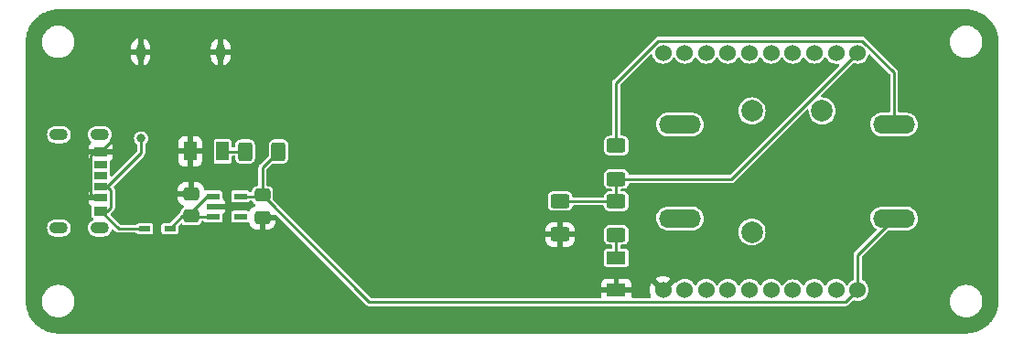
<source format=gbr>
%TF.GenerationSoftware,KiCad,Pcbnew,7.0.8*%
%TF.CreationDate,2024-02-15T14:48:36-07:00*%
%TF.ProjectId,GR-LRR-ESTOP-PCB,47522d4c-5252-42d4-9553-544f502d5043,rev?*%
%TF.SameCoordinates,Original*%
%TF.FileFunction,Copper,L1,Top*%
%TF.FilePolarity,Positive*%
%FSLAX46Y46*%
G04 Gerber Fmt 4.6, Leading zero omitted, Abs format (unit mm)*
G04 Created by KiCad (PCBNEW 7.0.8) date 2024-02-15 14:48:36*
%MOMM*%
%LPD*%
G01*
G04 APERTURE LIST*
G04 Aperture macros list*
%AMRoundRect*
0 Rectangle with rounded corners*
0 $1 Rounding radius*
0 $2 $3 $4 $5 $6 $7 $8 $9 X,Y pos of 4 corners*
0 Add a 4 corners polygon primitive as box body*
4,1,4,$2,$3,$4,$5,$6,$7,$8,$9,$2,$3,0*
0 Add four circle primitives for the rounded corners*
1,1,$1+$1,$2,$3*
1,1,$1+$1,$4,$5*
1,1,$1+$1,$6,$7*
1,1,$1+$1,$8,$9*
0 Add four rect primitives between the rounded corners*
20,1,$1+$1,$2,$3,$4,$5,0*
20,1,$1+$1,$4,$5,$6,$7,0*
20,1,$1+$1,$6,$7,$8,$9,0*
20,1,$1+$1,$8,$9,$2,$3,0*%
G04 Aperture macros list end*
%TA.AperFunction,ComponentPad*%
%ADD10O,0.800000X1.600000*%
%TD*%
%TA.AperFunction,SMDPad,CuDef*%
%ADD11R,1.200000X0.600000*%
%TD*%
%TA.AperFunction,SMDPad,CuDef*%
%ADD12R,1.075000X0.500000*%
%TD*%
%TA.AperFunction,SMDPad,CuDef*%
%ADD13RoundRect,0.250000X-0.625000X0.400000X-0.625000X-0.400000X0.625000X-0.400000X0.625000X0.400000X0*%
%TD*%
%TA.AperFunction,SMDPad,CuDef*%
%ADD14R,1.150000X1.800000*%
%TD*%
%TA.AperFunction,SMDPad,CuDef*%
%ADD15RoundRect,0.250000X0.625000X-0.400000X0.625000X0.400000X-0.625000X0.400000X-0.625000X-0.400000X0*%
%TD*%
%TA.AperFunction,ComponentPad*%
%ADD16O,1.600000X1.000000*%
%TD*%
%TA.AperFunction,SMDPad,CuDef*%
%ADD17O,1.701800X1.092200*%
%TD*%
%TA.AperFunction,SMDPad,CuDef*%
%ADD18R,1.193800X0.711200*%
%TD*%
%TA.AperFunction,SMDPad,CuDef*%
%ADD19R,1.193800X0.762000*%
%TD*%
%TA.AperFunction,SMDPad,CuDef*%
%ADD20R,1.193800X0.812800*%
%TD*%
%TA.AperFunction,SMDPad,CuDef*%
%ADD21RoundRect,0.250000X-0.475000X0.337500X-0.475000X-0.337500X0.475000X-0.337500X0.475000X0.337500X0*%
%TD*%
%TA.AperFunction,SMDPad,CuDef*%
%ADD22R,1.800000X1.150000*%
%TD*%
%TA.AperFunction,SMDPad,CuDef*%
%ADD23RoundRect,0.250000X-0.400000X-0.625000X0.400000X-0.625000X0.400000X0.625000X-0.400000X0.625000X0*%
%TD*%
%TA.AperFunction,SMDPad,CuDef*%
%ADD24RoundRect,0.250000X0.475000X-0.337500X0.475000X0.337500X-0.475000X0.337500X-0.475000X-0.337500X0*%
%TD*%
%TA.AperFunction,ComponentPad*%
%ADD25O,3.900000X1.700000*%
%TD*%
%TA.AperFunction,ComponentPad*%
%ADD26C,2.000000*%
%TD*%
%TA.AperFunction,ComponentPad*%
%ADD27C,1.524000*%
%TD*%
%TA.AperFunction,ViaPad*%
%ADD28C,0.800000*%
%TD*%
%TA.AperFunction,Conductor*%
%ADD29C,0.250000*%
%TD*%
G04 APERTURE END LIST*
D10*
%TO.P,J2,S1,SHELL_GND*%
%TO.N,GND*%
X60511200Y-58169300D03*
%TO.P,J2,S2,SHELL_GND__1*%
X67911200Y-58169300D03*
%TD*%
D11*
%TO.P,IC1,1,IN*%
%TO.N,Net-(D1-K)*%
X67228400Y-71541600D03*
%TO.P,IC1,2,GND*%
%TO.N,GND*%
X67228400Y-72491600D03*
%TO.P,IC1,3,EN*%
%TO.N,Net-(D1-K)*%
X67228400Y-73441600D03*
%TO.P,IC1,4,NC*%
%TO.N,unconnected-(IC1-NC-Pad4)*%
X69728400Y-73441600D03*
%TO.P,IC1,5,OUT*%
%TO.N,+3.3V*%
X69728400Y-71541600D03*
%TD*%
D12*
%TO.P,D1,2,A*%
%TO.N,+5V*%
X60883800Y-74549000D03*
%TO.P,D1,1,K*%
%TO.N,Net-(D1-K)*%
X63207800Y-74549000D03*
%TD*%
D13*
%TO.P,R1,1*%
%TO.N,Net-(R1-Pad1)*%
X104521000Y-66851600D03*
%TO.P,R1,2*%
%TO.N,Net-(U1-AD0{slash}DIO0)*%
X104521000Y-69951600D03*
%TD*%
D14*
%TO.P,LED1,1,K*%
%TO.N,GND*%
X65098800Y-67386200D03*
%TO.P,LED1,2,A*%
%TO.N,Net-(LED1-A)*%
X68098800Y-67386200D03*
%TD*%
D13*
%TO.P,R2,1*%
%TO.N,Net-(U1-AD0{slash}DIO0)*%
X99314000Y-71983000D03*
%TO.P,R2,2*%
%TO.N,GND*%
X99314000Y-75083000D03*
%TD*%
D15*
%TO.P,R4,2*%
%TO.N,Net-(U1-AD0{slash}DIO0)*%
X104521000Y-72008400D03*
%TO.P,R4,1*%
%TO.N,Net-(LED2-A)*%
X104521000Y-75108400D03*
%TD*%
D16*
%TO.P,J1,*%
%TO.N,*%
X56751601Y-65835048D03*
X52951601Y-65835051D03*
X52951601Y-74475049D03*
X56751601Y-74475052D03*
D17*
%TO.P,J1,7*%
%TO.N,N/C*%
X56751601Y-65835048D03*
%TO.P,J1,8*%
X56751601Y-74475052D03*
%TO.P,J1,9*%
X52951601Y-65835051D03*
%TO.P,J1,10*%
X52951601Y-74475049D03*
D18*
%TO.P,J1,A5,CC1*%
%TO.N,unconnected-(J1-CC1-PadA5)*%
X56831601Y-69655051D03*
D19*
%TO.P,J1,A9,GND*%
%TO.N,GND*%
X56831601Y-71675050D03*
D20*
%TO.P,J1,A12,VBUS*%
%TO.N,+5V*%
X56831601Y-72905050D03*
D18*
%TO.P,J1,B5,VBUS*%
X56831601Y-70655049D03*
D19*
%TO.P,J1,B9,CC2*%
%TO.N,unconnected-(J1-CC2-PadB9)*%
X56831601Y-68635050D03*
D20*
%TO.P,J1,B12,GND*%
%TO.N,GND*%
X56831601Y-67405050D03*
%TD*%
D21*
%TO.P,C2,2*%
%TO.N,GND*%
X71780400Y-73529100D03*
%TO.P,C2,1*%
%TO.N,+3.3V*%
X71780400Y-71454100D03*
%TD*%
D22*
%TO.P,LED2,1,K*%
%TO.N,GND*%
X104521000Y-80240000D03*
%TO.P,LED2,2,A*%
%TO.N,Net-(LED2-A)*%
X104521000Y-77240000D03*
%TD*%
D23*
%TO.P,R3,2*%
%TO.N,+3.3V*%
X73279600Y-67411600D03*
%TO.P,R3,1*%
%TO.N,Net-(LED1-A)*%
X70179600Y-67411600D03*
%TD*%
D24*
%TO.P,C1,2*%
%TO.N,GND*%
X65176400Y-71327100D03*
%TO.P,C1,1*%
%TO.N,Net-(D1-K)*%
X65176400Y-73402100D03*
%TD*%
D25*
%TO.P,SW1,1*%
%TO.N,+3.3V*%
X130218600Y-73598000D03*
%TO.P,SW1,2*%
%TO.N,Net-(R1-Pad1)*%
X130218600Y-64898000D03*
%TO.P,SW1,3*%
%TO.N,unconnected-(SW1-Pad3)*%
X110418600Y-73598000D03*
%TO.P,SW1,4*%
%TO.N,unconnected-(SW1-Pad4)*%
X110418600Y-64898000D03*
D26*
%TO.P,SW1,5*%
%TO.N,N/C*%
X123568600Y-63648000D03*
%TO.P,SW1,6*%
X117068600Y-74848000D03*
%TO.P,SW1,7*%
X117068600Y-63648000D03*
%TD*%
D27*
%TO.P,U1,1,VCC*%
%TO.N,+3.3V*%
X126847600Y-80213200D03*
%TO.P,U1,2,DOUT/DIO13*%
%TO.N,unconnected-(U1-DOUT{slash}DIO13-Pad2)*%
X124847600Y-80213200D03*
%TO.P,U1,3,DIN/!CONFIG/DIO14*%
%TO.N,unconnected-(U1-DIN{slash}!CONFIG{slash}DIO14-Pad3)*%
X122847600Y-80213200D03*
%TO.P,U1,4,DIO12/SPI_MISO*%
%TO.N,unconnected-(U1-DIO12{slash}SPI_MISO-Pad4)*%
X120847600Y-80246200D03*
%TO.P,U1,5,!RESET*%
%TO.N,unconnected-(U1-!RESET-Pad5)*%
X118847600Y-80213200D03*
%TO.P,U1,6,RSSI_PWM/DIO10*%
%TO.N,unconnected-(U1-RSSI_PWM{slash}DIO10-Pad6)*%
X116847600Y-80213200D03*
%TO.P,U1,7,PWM1/DIO11/I2C_SDA*%
%TO.N,unconnected-(U1-PWM1{slash}DIO11{slash}I2C_SDA-Pad7)*%
X114847600Y-80213200D03*
%TO.P,U1,8,[reserved]*%
%TO.N,unconnected-(U1-[reserved]-Pad8)*%
X112847600Y-80213200D03*
%TO.P,U1,9,!DTR/SLEEP_RQ/DIO8*%
%TO.N,unconnected-(U1-!DTR{slash}SLEEP_RQ{slash}DIO8-Pad9)*%
X110847600Y-80213200D03*
%TO.P,U1,10,GND*%
%TO.N,GND*%
X108847600Y-80213200D03*
%TO.P,U1,11,DIO4/SPI_MOSI*%
%TO.N,unconnected-(U1-DIO4{slash}SPI_MOSI-Pad11)*%
X108847600Y-58249800D03*
%TO.P,U1,12,!CTS/DIO7*%
%TO.N,unconnected-(U1-!CTS{slash}DIO7-Pad12)*%
X110847600Y-58249800D03*
%TO.P,U1,13,ON/!SLEEP/DIO9*%
%TO.N,unconnected-(U1-ON{slash}!SLEEP{slash}DIO9-Pad13)*%
X112847600Y-58249800D03*
%TO.P,U1,14,[reserved]*%
%TO.N,unconnected-(U1-[reserved]-Pad14)*%
X114847600Y-58249800D03*
%TO.P,U1,15,ASSOCIATE/DIO5*%
%TO.N,unconnected-(U1-ASSOCIATE{slash}DIO5-Pad15)*%
X116847600Y-58249800D03*
%TO.P,U1,16,!RTS/DIO6*%
%TO.N,unconnected-(U1-!RTS{slash}DIO6-Pad16)*%
X118847600Y-58249800D03*
%TO.P,U1,17,AD3/DIO3/SPI_!SSEL*%
%TO.N,unconnected-(U1-AD3{slash}DIO3{slash}SPI_!SSEL-Pad17)*%
X120847600Y-58249800D03*
%TO.P,U1,18,AD2/DIO2/SPI_CLK*%
%TO.N,unconnected-(U1-AD2{slash}DIO2{slash}SPI_CLK-Pad18)*%
X122847600Y-58249800D03*
%TO.P,U1,19,AD1/DIO1/SPI_!ATTN/I2C_SCL*%
%TO.N,unconnected-(U1-AD1{slash}DIO1{slash}SPI_!ATTN{slash}I2C_SCL-Pad19)*%
X124847600Y-58249800D03*
%TO.P,U1,20,AD0/DIO0*%
%TO.N,Net-(U1-AD0{slash}DIO0)*%
X126847600Y-58249800D03*
%TD*%
D28*
%TO.N,+5V*%
X60553600Y-66192400D03*
%TO.N,GND*%
X60502800Y-63703200D03*
%TD*%
D29*
%TO.N,+5V*%
X58475551Y-74549000D02*
X56831601Y-72905050D01*
X60883800Y-74549000D02*
X58475551Y-74549000D01*
%TO.N,Net-(LED1-A)*%
X70179600Y-67411600D02*
X68124200Y-67411600D01*
X68124200Y-67411600D02*
X68098800Y-67386200D01*
%TO.N,+3.3V*%
X81659500Y-81333200D02*
X71780400Y-71454100D01*
X125727600Y-81333200D02*
X81659500Y-81333200D01*
X126847600Y-80213200D02*
X125727600Y-81333200D01*
X126847600Y-76969000D02*
X130218600Y-73598000D01*
X126847600Y-80213200D02*
X126847600Y-76969000D01*
%TO.N,Net-(LED2-A)*%
X104521000Y-77240000D02*
X104521000Y-75108400D01*
%TO.N,Net-(R1-Pad1)*%
X130218600Y-60090326D02*
X130218600Y-64898000D01*
X127291074Y-57162800D02*
X130218600Y-60090326D01*
X108404126Y-57162800D02*
X127291074Y-57162800D01*
X104521000Y-61045926D02*
X108404126Y-57162800D01*
X104521000Y-66851600D02*
X104521000Y-61045926D01*
%TO.N,Net-(U1-AD0{slash}DIO0)*%
X99339400Y-72008400D02*
X99314000Y-71983000D01*
X104521000Y-72008400D02*
X99339400Y-72008400D01*
X104521000Y-72008400D02*
X104521000Y-69951600D01*
X126847600Y-58249800D02*
X115145800Y-69951600D01*
X115145800Y-69951600D02*
X104521000Y-69951600D01*
%TO.N,+3.3V*%
X71780400Y-68910800D02*
X73279600Y-67411600D01*
X71780400Y-71454100D02*
X71780400Y-68910800D01*
X71692900Y-71541600D02*
X71780400Y-71454100D01*
X69728400Y-71541600D02*
X71692900Y-71541600D01*
%TO.N,Net-(D1-K)*%
X65176400Y-72993600D02*
X65176400Y-73402100D01*
X66628400Y-71541600D02*
X65176400Y-72993600D01*
X67228400Y-71541600D02*
X66628400Y-71541600D01*
X67228400Y-73441600D02*
X65215900Y-73441600D01*
X65215900Y-73441600D02*
X65176400Y-73402100D01*
X64354700Y-73402100D02*
X63207800Y-74549000D01*
X65176400Y-73402100D02*
X64354700Y-73402100D01*
%TO.N,+5V*%
X57753501Y-70980049D02*
X57428501Y-70655049D01*
X57428501Y-70655049D02*
X56831601Y-70655049D01*
X57753501Y-72580050D02*
X57753501Y-70980049D01*
X57428501Y-72905050D02*
X57753501Y-72580050D01*
X56831601Y-72905050D02*
X57428501Y-72905050D01*
%TO.N,GND*%
X56216750Y-67405050D02*
X56831601Y-67405050D01*
X55854600Y-67767200D02*
X56216750Y-67405050D01*
X55854600Y-71294949D02*
X55854600Y-67767200D01*
X56234701Y-71675050D02*
X55854600Y-71294949D01*
X56831601Y-71675050D02*
X56234701Y-71675050D01*
%TO.N,+5V*%
X60553600Y-67529950D02*
X57428501Y-70655049D01*
X60553600Y-66192400D02*
X60553600Y-67529950D01*
%TO.N,GND*%
X60502800Y-63703200D02*
X60502800Y-63733851D01*
X60502800Y-63733851D02*
X56831601Y-67405050D01*
%TD*%
%TA.AperFunction,Conductor*%
%TO.N,GND*%
G36*
X136882219Y-54248584D02*
G01*
X137014228Y-54255503D01*
X137197627Y-54265803D01*
X137203812Y-54266465D01*
X137356247Y-54290608D01*
X137518794Y-54318226D01*
X137524411Y-54319453D01*
X137677293Y-54360418D01*
X137769722Y-54387046D01*
X137832324Y-54405082D01*
X137837359Y-54406769D01*
X137986783Y-54464127D01*
X138134607Y-54525358D01*
X138139012Y-54527388D01*
X138204780Y-54560899D01*
X138282521Y-54600511D01*
X138358028Y-54642241D01*
X138422080Y-54677641D01*
X138425815Y-54679882D01*
X138500087Y-54728115D01*
X138561472Y-54767980D01*
X138648957Y-54830053D01*
X138691364Y-54860142D01*
X138694486Y-54862510D01*
X138819348Y-54963621D01*
X138821634Y-54965567D01*
X138939321Y-55070738D01*
X138941848Y-55073128D01*
X139055470Y-55186750D01*
X139057860Y-55189277D01*
X139163031Y-55306964D01*
X139164985Y-55309260D01*
X139266080Y-55434102D01*
X139268462Y-55437243D01*
X139360619Y-55567127D01*
X139414358Y-55649875D01*
X139448706Y-55702767D01*
X139450964Y-55706531D01*
X139528088Y-55846078D01*
X139601204Y-55989575D01*
X139603243Y-55993997D01*
X139664477Y-56141829D01*
X139721821Y-56291217D01*
X139723516Y-56296273D01*
X139768179Y-56451297D01*
X139809141Y-56604171D01*
X139810378Y-56609835D01*
X139837994Y-56772369D01*
X139862130Y-56924758D01*
X139862796Y-56930985D01*
X139873109Y-57114617D01*
X139880015Y-57246377D01*
X139880100Y-57249623D01*
X139880100Y-81246376D01*
X139880015Y-81249622D01*
X139873109Y-81381382D01*
X139862796Y-81565013D01*
X139862130Y-81571240D01*
X139837994Y-81723630D01*
X139810378Y-81886163D01*
X139809141Y-81891827D01*
X139768179Y-82044702D01*
X139723516Y-82199725D01*
X139721821Y-82204781D01*
X139664477Y-82354170D01*
X139603243Y-82502001D01*
X139601204Y-82506423D01*
X139528088Y-82649921D01*
X139450964Y-82789467D01*
X139448697Y-82793246D01*
X139360619Y-82928872D01*
X139268462Y-83058755D01*
X139266080Y-83061896D01*
X139164985Y-83186738D01*
X139163031Y-83189034D01*
X139057860Y-83306721D01*
X139055470Y-83309248D01*
X138941848Y-83422870D01*
X138939321Y-83425260D01*
X138821634Y-83530431D01*
X138819338Y-83532385D01*
X138694496Y-83633480D01*
X138691355Y-83635862D01*
X138561472Y-83728019D01*
X138425846Y-83816097D01*
X138422067Y-83818364D01*
X138282521Y-83895488D01*
X138139023Y-83968604D01*
X138134601Y-83970643D01*
X137986770Y-84031877D01*
X137837381Y-84089221D01*
X137832325Y-84090916D01*
X137677302Y-84135579D01*
X137524427Y-84176541D01*
X137518763Y-84177778D01*
X137356230Y-84205394D01*
X137203840Y-84229530D01*
X137197613Y-84230196D01*
X137013982Y-84240509D01*
X136882222Y-84247415D01*
X136878976Y-84247500D01*
X52882224Y-84247500D01*
X52878978Y-84247415D01*
X52747217Y-84240509D01*
X52563585Y-84230196D01*
X52557358Y-84229530D01*
X52404969Y-84205394D01*
X52242435Y-84177778D01*
X52236771Y-84176541D01*
X52083897Y-84135579D01*
X51928873Y-84090916D01*
X51923817Y-84089221D01*
X51774429Y-84031877D01*
X51626597Y-83970643D01*
X51622175Y-83968604D01*
X51478678Y-83895488D01*
X51339131Y-83818364D01*
X51335367Y-83816106D01*
X51282475Y-83781758D01*
X51199727Y-83728019D01*
X51069843Y-83635862D01*
X51066702Y-83633480D01*
X50941860Y-83532385D01*
X50939564Y-83530431D01*
X50821877Y-83425260D01*
X50819350Y-83422870D01*
X50705728Y-83309248D01*
X50703338Y-83306721D01*
X50598167Y-83189034D01*
X50596213Y-83186738D01*
X50557448Y-83138867D01*
X50495110Y-83061886D01*
X50492736Y-83058755D01*
X50400580Y-82928872D01*
X50368006Y-82878715D01*
X50312482Y-82793215D01*
X50310241Y-82789480D01*
X50273777Y-82723502D01*
X50233111Y-82649921D01*
X50184509Y-82554537D01*
X50159988Y-82506412D01*
X50157958Y-82502007D01*
X50096722Y-82354170D01*
X50039369Y-82204759D01*
X50037682Y-82199724D01*
X50000259Y-82069828D01*
X49993014Y-82044679D01*
X49971559Y-81964608D01*
X49952053Y-81891811D01*
X49950826Y-81886194D01*
X49923201Y-81723606D01*
X49899065Y-81571212D01*
X49898403Y-81565027D01*
X49888090Y-81381382D01*
X49881184Y-81249620D01*
X49881142Y-81248000D01*
X51374957Y-81248000D01*
X51382629Y-81340589D01*
X51382950Y-81344456D01*
X51383162Y-81349579D01*
X51383162Y-81372081D01*
X51386865Y-81394282D01*
X51387499Y-81399365D01*
X51395491Y-81495816D01*
X51395491Y-81495818D01*
X51419254Y-81589657D01*
X51420305Y-81594672D01*
X51424007Y-81616854D01*
X51424009Y-81616862D01*
X51431314Y-81638141D01*
X51432776Y-81643053D01*
X51456535Y-81736874D01*
X51456539Y-81736887D01*
X51495415Y-81825515D01*
X51497277Y-81830286D01*
X51504586Y-81851576D01*
X51504588Y-81851579D01*
X51515298Y-81871371D01*
X51517548Y-81875975D01*
X51556427Y-81964608D01*
X51609364Y-82045634D01*
X51611988Y-82050038D01*
X51622695Y-82069823D01*
X51622698Y-82069828D01*
X51636526Y-82087595D01*
X51639503Y-82091765D01*
X51692434Y-82172782D01*
X51692438Y-82172787D01*
X51757993Y-82244000D01*
X51761306Y-82247911D01*
X51775122Y-82265662D01*
X51791680Y-82280905D01*
X51795294Y-82284519D01*
X51860856Y-82355738D01*
X51937251Y-82415199D01*
X51941147Y-82418499D01*
X51947513Y-82424360D01*
X51957699Y-82433737D01*
X51976536Y-82446044D01*
X51980702Y-82449018D01*
X52057091Y-82508474D01*
X52142240Y-82554554D01*
X52146601Y-82557153D01*
X52165455Y-82569471D01*
X52186094Y-82578524D01*
X52190633Y-82580743D01*
X52275790Y-82626828D01*
X52367354Y-82658262D01*
X52372089Y-82660109D01*
X52392716Y-82669157D01*
X52414532Y-82674681D01*
X52419416Y-82676135D01*
X52490689Y-82700603D01*
X52510985Y-82707571D01*
X52544789Y-82713211D01*
X52606466Y-82723503D01*
X52611479Y-82724555D01*
X52633276Y-82730075D01*
X52633278Y-82730075D01*
X52633285Y-82730077D01*
X52655725Y-82731936D01*
X52660769Y-82732564D01*
X52756265Y-82748500D01*
X52756266Y-82748500D01*
X52853048Y-82748500D01*
X52858161Y-82748711D01*
X52874015Y-82750025D01*
X52880598Y-82750571D01*
X52880600Y-82750571D01*
X52880602Y-82750571D01*
X52887184Y-82750025D01*
X52903038Y-82748711D01*
X52908152Y-82748500D01*
X53004930Y-82748500D01*
X53004935Y-82748500D01*
X53100451Y-82732561D01*
X53105462Y-82731937D01*
X53127915Y-82730077D01*
X53149753Y-82724546D01*
X53154705Y-82723508D01*
X53250214Y-82707571D01*
X53341798Y-82676129D01*
X53346642Y-82674688D01*
X53368484Y-82669157D01*
X53389100Y-82660113D01*
X53393834Y-82658265D01*
X53485410Y-82626828D01*
X53570575Y-82580738D01*
X53575105Y-82578524D01*
X53595745Y-82569471D01*
X53614608Y-82557146D01*
X53618937Y-82554566D01*
X53704109Y-82508474D01*
X53780531Y-82448992D01*
X53784618Y-82446073D01*
X53803498Y-82433739D01*
X53820066Y-82418487D01*
X53823941Y-82415204D01*
X53900344Y-82355738D01*
X53965913Y-82284510D01*
X53969497Y-82280925D01*
X53986077Y-82265663D01*
X53999920Y-82247876D01*
X54003181Y-82244026D01*
X54068764Y-82172785D01*
X54121727Y-82091718D01*
X54124653Y-82087620D01*
X54138502Y-82069828D01*
X54149223Y-82050016D01*
X54151833Y-82045636D01*
X54204773Y-81964607D01*
X54243661Y-81875950D01*
X54245899Y-81871375D01*
X54245901Y-81871371D01*
X54256614Y-81851576D01*
X54263936Y-81830246D01*
X54265762Y-81825564D01*
X54304663Y-81736881D01*
X54328426Y-81643041D01*
X54329878Y-81638162D01*
X54337192Y-81616859D01*
X54340896Y-81594658D01*
X54341940Y-81589677D01*
X54365708Y-81495821D01*
X54373704Y-81399321D01*
X54374333Y-81394282D01*
X54378038Y-81372081D01*
X54378688Y-81340589D01*
X54378883Y-81336812D01*
X54386243Y-81248000D01*
X54386108Y-81246376D01*
X54382361Y-81201152D01*
X54378884Y-81159190D01*
X54378688Y-81155407D01*
X54378038Y-81123919D01*
X54374333Y-81101714D01*
X54373703Y-81096666D01*
X54365708Y-81000179D01*
X54341941Y-80906327D01*
X54340895Y-80901334D01*
X54337192Y-80879143D01*
X54337191Y-80879140D01*
X54329883Y-80857850D01*
X54328425Y-80852952D01*
X54304662Y-80759116D01*
X54265785Y-80670487D01*
X54265774Y-80670461D01*
X54263929Y-80665734D01*
X54256614Y-80644424D01*
X54245898Y-80624622D01*
X54243652Y-80620029D01*
X54204773Y-80531393D01*
X54204773Y-80531392D01*
X54151831Y-80450358D01*
X54149207Y-80445954D01*
X54142297Y-80433186D01*
X54138502Y-80426172D01*
X54124680Y-80408413D01*
X54121702Y-80404242D01*
X54068766Y-80323218D01*
X54068765Y-80323217D01*
X54068764Y-80323215D01*
X54038841Y-80290710D01*
X54003206Y-80251999D01*
X53999895Y-80248090D01*
X53986077Y-80230337D01*
X53986073Y-80230332D01*
X53969519Y-80215093D01*
X53965901Y-80211476D01*
X53900344Y-80140262D01*
X53823952Y-80080804D01*
X53820044Y-80077493D01*
X53803498Y-80062261D01*
X53784663Y-80049955D01*
X53780497Y-80046981D01*
X53704109Y-79987526D01*
X53704108Y-79987525D01*
X53704105Y-79987523D01*
X53704103Y-79987522D01*
X53618985Y-79941459D01*
X53614581Y-79938835D01*
X53595745Y-79926529D01*
X53575147Y-79917494D01*
X53570540Y-79915242D01*
X53485411Y-79869172D01*
X53485402Y-79869169D01*
X53393859Y-79837742D01*
X53389084Y-79835879D01*
X53388912Y-79835803D01*
X53368484Y-79826843D01*
X53368480Y-79826842D01*
X53368478Y-79826841D01*
X53346676Y-79821319D01*
X53341766Y-79819858D01*
X53250214Y-79788429D01*
X53154738Y-79772496D01*
X53149723Y-79771444D01*
X53127912Y-79765922D01*
X53127916Y-79765922D01*
X53105495Y-79764065D01*
X53100410Y-79763431D01*
X53004936Y-79747500D01*
X53004935Y-79747500D01*
X52908141Y-79747500D01*
X52903027Y-79747288D01*
X52887155Y-79745973D01*
X52880602Y-79745430D01*
X52880598Y-79745430D01*
X52874044Y-79745973D01*
X52858172Y-79747288D01*
X52853059Y-79747500D01*
X52756265Y-79747500D01*
X52660788Y-79763431D01*
X52655703Y-79764065D01*
X52633288Y-79765922D01*
X52633283Y-79765923D01*
X52611480Y-79771444D01*
X52606466Y-79772495D01*
X52510982Y-79788429D01*
X52419434Y-79819856D01*
X52414527Y-79821317D01*
X52392726Y-79826839D01*
X52392716Y-79826843D01*
X52372110Y-79835881D01*
X52367338Y-79837742D01*
X52275794Y-79869170D01*
X52275783Y-79869175D01*
X52190662Y-79915240D01*
X52186058Y-79917491D01*
X52165454Y-79926529D01*
X52165445Y-79926534D01*
X52146623Y-79938831D01*
X52142221Y-79941455D01*
X52057092Y-79987524D01*
X52057089Y-79987527D01*
X51980706Y-80046977D01*
X51976538Y-80049954D01*
X51957699Y-80062263D01*
X51941142Y-80077503D01*
X51937235Y-80080812D01*
X51860855Y-80140262D01*
X51795297Y-80211476D01*
X51791675Y-80215098D01*
X51775129Y-80230330D01*
X51775114Y-80230346D01*
X51761299Y-80248094D01*
X51757990Y-80252001D01*
X51692436Y-80323215D01*
X51639501Y-80404236D01*
X51636525Y-80408404D01*
X51622699Y-80426170D01*
X51622694Y-80426177D01*
X51611986Y-80445964D01*
X51609363Y-80450365D01*
X51556428Y-80531390D01*
X51517553Y-80620015D01*
X51515304Y-80624615D01*
X51504585Y-80644424D01*
X51497276Y-80665714D01*
X51495414Y-80670487D01*
X51469324Y-80729967D01*
X51456539Y-80759116D01*
X51456536Y-80759122D01*
X51432777Y-80852942D01*
X51431316Y-80857850D01*
X51424008Y-80879140D01*
X51420305Y-80901327D01*
X51419254Y-80906342D01*
X51395491Y-81000178D01*
X51395491Y-81000182D01*
X51387498Y-81096634D01*
X51386865Y-81101714D01*
X51383162Y-81123919D01*
X51383162Y-81146419D01*
X51382950Y-81151535D01*
X51382313Y-81159228D01*
X51375092Y-81246376D01*
X51374957Y-81248000D01*
X49881142Y-81248000D01*
X49881100Y-81246377D01*
X49881100Y-74475051D01*
X51845160Y-74475051D01*
X51865258Y-74653428D01*
X51924547Y-74822869D01*
X51970964Y-74896740D01*
X52020053Y-74974864D01*
X52146986Y-75101797D01*
X52298982Y-75197303D01*
X52468419Y-75256591D01*
X52468420Y-75256591D01*
X52468424Y-75256592D01*
X52558477Y-75266738D01*
X52602055Y-75271648D01*
X52602058Y-75271649D01*
X52602061Y-75271649D01*
X53301144Y-75271649D01*
X53301145Y-75271648D01*
X53367962Y-75264120D01*
X53434777Y-75256592D01*
X53434779Y-75256591D01*
X53434783Y-75256591D01*
X53604220Y-75197303D01*
X53756216Y-75101797D01*
X53883149Y-74974864D01*
X53978655Y-74822868D01*
X54037943Y-74653431D01*
X54052075Y-74528008D01*
X54058042Y-74475054D01*
X55645160Y-74475054D01*
X55665258Y-74653431D01*
X55724547Y-74822872D01*
X55820052Y-74974866D01*
X55946986Y-75101800D01*
X56098975Y-75197302D01*
X56098982Y-75197306D01*
X56268419Y-75256594D01*
X56268420Y-75256594D01*
X56268424Y-75256595D01*
X56358477Y-75266741D01*
X56402055Y-75271651D01*
X56402058Y-75271652D01*
X56402061Y-75271652D01*
X57101144Y-75271652D01*
X57101145Y-75271651D01*
X57167962Y-75264123D01*
X57234777Y-75256595D01*
X57234779Y-75256594D01*
X57234783Y-75256594D01*
X57404220Y-75197306D01*
X57556216Y-75101800D01*
X57683149Y-74974867D01*
X57778655Y-74822871D01*
X57827459Y-74683394D01*
X57868181Y-74626619D01*
X57933133Y-74600871D01*
X58001695Y-74614327D01*
X58032182Y-74636668D01*
X58173400Y-74777886D01*
X58189528Y-74797745D01*
X58195467Y-74806836D01*
X58223483Y-74828641D01*
X58229244Y-74833730D01*
X58232033Y-74836519D01*
X58251034Y-74850085D01*
X58294362Y-74883809D01*
X58301273Y-74887549D01*
X58308351Y-74891010D01*
X58360956Y-74906671D01*
X58412891Y-74924500D01*
X58412893Y-74924500D01*
X58420630Y-74925791D01*
X58428460Y-74926767D01*
X58428462Y-74926768D01*
X58428463Y-74926767D01*
X58428464Y-74926768D01*
X58483306Y-74924500D01*
X60062603Y-74924500D01*
X60129642Y-74944185D01*
X60156986Y-74971046D01*
X60157066Y-74970967D01*
X60165696Y-74979597D01*
X60165699Y-74979601D01*
X60248560Y-75034966D01*
X60248563Y-75034966D01*
X60248564Y-75034967D01*
X60321621Y-75049499D01*
X60321624Y-75049500D01*
X60321626Y-75049500D01*
X61445976Y-75049500D01*
X61445977Y-75049499D01*
X61519040Y-75034966D01*
X61601901Y-74979601D01*
X61657266Y-74896740D01*
X61671799Y-74823678D01*
X62419800Y-74823678D01*
X62434332Y-74896735D01*
X62434333Y-74896739D01*
X62452705Y-74924235D01*
X62489699Y-74979601D01*
X62572559Y-75034965D01*
X62572560Y-75034966D01*
X62572564Y-75034967D01*
X62645621Y-75049499D01*
X62645624Y-75049500D01*
X62645626Y-75049500D01*
X63769976Y-75049500D01*
X63769977Y-75049499D01*
X63843040Y-75034966D01*
X63925901Y-74979601D01*
X63981266Y-74896740D01*
X63995800Y-74823674D01*
X63995800Y-74343398D01*
X64015485Y-74276359D01*
X64032115Y-74255721D01*
X64180285Y-74107550D01*
X64241608Y-74074066D01*
X64311300Y-74079050D01*
X64342277Y-74095966D01*
X64459064Y-74183393D01*
X64459071Y-74183397D01*
X64593917Y-74233691D01*
X64593916Y-74233691D01*
X64600844Y-74234435D01*
X64653527Y-74240100D01*
X65699272Y-74240099D01*
X65758883Y-74233691D01*
X65893731Y-74183396D01*
X66008946Y-74097146D01*
X66095196Y-73981931D01*
X66109532Y-73943494D01*
X66126587Y-73897768D01*
X66168458Y-73841834D01*
X66233922Y-73817416D01*
X66242769Y-73817100D01*
X66311294Y-73817100D01*
X66378333Y-73836785D01*
X66414396Y-73872210D01*
X66447797Y-73922199D01*
X66447798Y-73922199D01*
X66447799Y-73922201D01*
X66479667Y-73943494D01*
X66530660Y-73977566D01*
X66530664Y-73977567D01*
X66603721Y-73992099D01*
X66603724Y-73992100D01*
X66603726Y-73992100D01*
X67853076Y-73992100D01*
X67853077Y-73992099D01*
X67926140Y-73977566D01*
X68009001Y-73922201D01*
X68064366Y-73839340D01*
X68078899Y-73766278D01*
X68877900Y-73766278D01*
X68892432Y-73839335D01*
X68892433Y-73839339D01*
X68898421Y-73848300D01*
X68947799Y-73922201D01*
X69003736Y-73959576D01*
X69030660Y-73977566D01*
X69030664Y-73977567D01*
X69103721Y-73992099D01*
X69103724Y-73992100D01*
X69103726Y-73992100D01*
X70353075Y-73992100D01*
X70436838Y-73975438D01*
X70506429Y-73981665D01*
X70561607Y-74024527D01*
X70578736Y-74058051D01*
X70621041Y-74185719D01*
X70621043Y-74185724D01*
X70713084Y-74334945D01*
X70837054Y-74458915D01*
X70986275Y-74550956D01*
X70986280Y-74550958D01*
X71152702Y-74606105D01*
X71152709Y-74606106D01*
X71255419Y-74616599D01*
X71530399Y-74616599D01*
X71530400Y-74616598D01*
X71530400Y-73779100D01*
X72030400Y-73779100D01*
X72030400Y-74616599D01*
X72305372Y-74616599D01*
X72305386Y-74616598D01*
X72408097Y-74606105D01*
X72574519Y-74550958D01*
X72574524Y-74550956D01*
X72723745Y-74458915D01*
X72847715Y-74334945D01*
X72939756Y-74185724D01*
X72939758Y-74185719D01*
X72994905Y-74019297D01*
X72994906Y-74019290D01*
X73005399Y-73916586D01*
X73005400Y-73916573D01*
X73005400Y-73779100D01*
X72030400Y-73779100D01*
X71530400Y-73779100D01*
X71530400Y-73403100D01*
X71550085Y-73336061D01*
X71602889Y-73290306D01*
X71654400Y-73279100D01*
X73023001Y-73279100D01*
X73090040Y-73298785D01*
X73110682Y-73315419D01*
X81357349Y-81562086D01*
X81373477Y-81581945D01*
X81379416Y-81591036D01*
X81407432Y-81612841D01*
X81413193Y-81617930D01*
X81415982Y-81620719D01*
X81434983Y-81634285D01*
X81477200Y-81667144D01*
X81478311Y-81668009D01*
X81485222Y-81671749D01*
X81492300Y-81675210D01*
X81544905Y-81690871D01*
X81596840Y-81708700D01*
X81596842Y-81708700D01*
X81604579Y-81709991D01*
X81612409Y-81710967D01*
X81612411Y-81710968D01*
X81612412Y-81710967D01*
X81612413Y-81710968D01*
X81667255Y-81708700D01*
X125675796Y-81708700D01*
X125701241Y-81711339D01*
X125705040Y-81712135D01*
X125711868Y-81713567D01*
X125732825Y-81710954D01*
X125747092Y-81709177D01*
X125754768Y-81708700D01*
X125758712Y-81708700D01*
X125758714Y-81708700D01*
X125758716Y-81708699D01*
X125758722Y-81708699D01*
X125774087Y-81706134D01*
X125781740Y-81704857D01*
X125836226Y-81698066D01*
X125836227Y-81698065D01*
X125836229Y-81698065D01*
X125843741Y-81695828D01*
X125851206Y-81693266D01*
X125851206Y-81693265D01*
X125851210Y-81693265D01*
X125899477Y-81667144D01*
X125948811Y-81643026D01*
X125948814Y-81643023D01*
X125955194Y-81638468D01*
X125961419Y-81633622D01*
X125961426Y-81633619D01*
X125998608Y-81593228D01*
X126343835Y-81248000D01*
X135374957Y-81248000D01*
X135382629Y-81340589D01*
X135382950Y-81344456D01*
X135383162Y-81349579D01*
X135383162Y-81372081D01*
X135386865Y-81394282D01*
X135387499Y-81399365D01*
X135395491Y-81495816D01*
X135395491Y-81495818D01*
X135419254Y-81589657D01*
X135420305Y-81594672D01*
X135424007Y-81616854D01*
X135424009Y-81616862D01*
X135431314Y-81638141D01*
X135432776Y-81643053D01*
X135456535Y-81736874D01*
X135456539Y-81736887D01*
X135495415Y-81825515D01*
X135497277Y-81830286D01*
X135504586Y-81851576D01*
X135504588Y-81851579D01*
X135515298Y-81871371D01*
X135517548Y-81875975D01*
X135556427Y-81964608D01*
X135609364Y-82045634D01*
X135611988Y-82050038D01*
X135622695Y-82069823D01*
X135622698Y-82069828D01*
X135636526Y-82087595D01*
X135639503Y-82091765D01*
X135692434Y-82172782D01*
X135692438Y-82172787D01*
X135757993Y-82244000D01*
X135761306Y-82247911D01*
X135775122Y-82265662D01*
X135791680Y-82280905D01*
X135795294Y-82284519D01*
X135860856Y-82355738D01*
X135937251Y-82415199D01*
X135941147Y-82418499D01*
X135947513Y-82424360D01*
X135957699Y-82433737D01*
X135976536Y-82446044D01*
X135980702Y-82449018D01*
X136057091Y-82508474D01*
X136142240Y-82554554D01*
X136146601Y-82557153D01*
X136165455Y-82569471D01*
X136186094Y-82578524D01*
X136190633Y-82580743D01*
X136275790Y-82626828D01*
X136367354Y-82658262D01*
X136372089Y-82660109D01*
X136392716Y-82669157D01*
X136414532Y-82674681D01*
X136419416Y-82676135D01*
X136490689Y-82700603D01*
X136510985Y-82707571D01*
X136544789Y-82713211D01*
X136606466Y-82723503D01*
X136611479Y-82724555D01*
X136633276Y-82730075D01*
X136633278Y-82730075D01*
X136633285Y-82730077D01*
X136655725Y-82731936D01*
X136660769Y-82732564D01*
X136756265Y-82748500D01*
X136756266Y-82748500D01*
X136853048Y-82748500D01*
X136858161Y-82748711D01*
X136874015Y-82750025D01*
X136880598Y-82750571D01*
X136880600Y-82750571D01*
X136880602Y-82750571D01*
X136887184Y-82750025D01*
X136903038Y-82748711D01*
X136908152Y-82748500D01*
X137004930Y-82748500D01*
X137004935Y-82748500D01*
X137100451Y-82732561D01*
X137105462Y-82731937D01*
X137127915Y-82730077D01*
X137149753Y-82724546D01*
X137154705Y-82723508D01*
X137250214Y-82707571D01*
X137341798Y-82676129D01*
X137346642Y-82674688D01*
X137368484Y-82669157D01*
X137389100Y-82660113D01*
X137393834Y-82658265D01*
X137485410Y-82626828D01*
X137570575Y-82580738D01*
X137575105Y-82578524D01*
X137595745Y-82569471D01*
X137614608Y-82557146D01*
X137618937Y-82554566D01*
X137704109Y-82508474D01*
X137780531Y-82448992D01*
X137784618Y-82446073D01*
X137803498Y-82433739D01*
X137820066Y-82418487D01*
X137823941Y-82415204D01*
X137900344Y-82355738D01*
X137965913Y-82284510D01*
X137969497Y-82280925D01*
X137986077Y-82265663D01*
X137999920Y-82247876D01*
X138003181Y-82244026D01*
X138068764Y-82172785D01*
X138121727Y-82091718D01*
X138124653Y-82087620D01*
X138138502Y-82069828D01*
X138149223Y-82050016D01*
X138151833Y-82045636D01*
X138204773Y-81964607D01*
X138243661Y-81875950D01*
X138245899Y-81871375D01*
X138245901Y-81871371D01*
X138256614Y-81851576D01*
X138263936Y-81830246D01*
X138265762Y-81825564D01*
X138304663Y-81736881D01*
X138328426Y-81643041D01*
X138329878Y-81638162D01*
X138337192Y-81616859D01*
X138340896Y-81594658D01*
X138341940Y-81589677D01*
X138365708Y-81495821D01*
X138373704Y-81399321D01*
X138374333Y-81394282D01*
X138378038Y-81372081D01*
X138378688Y-81340589D01*
X138378883Y-81336812D01*
X138386243Y-81248000D01*
X138386108Y-81246376D01*
X138382361Y-81201152D01*
X138378884Y-81159190D01*
X138378688Y-81155407D01*
X138378038Y-81123919D01*
X138374333Y-81101714D01*
X138373703Y-81096666D01*
X138365708Y-81000179D01*
X138341941Y-80906327D01*
X138340895Y-80901334D01*
X138337192Y-80879143D01*
X138337191Y-80879140D01*
X138329883Y-80857850D01*
X138328425Y-80852952D01*
X138304662Y-80759116D01*
X138265785Y-80670487D01*
X138265774Y-80670461D01*
X138263929Y-80665734D01*
X138256614Y-80644424D01*
X138245898Y-80624622D01*
X138243652Y-80620029D01*
X138204773Y-80531393D01*
X138204773Y-80531392D01*
X138151831Y-80450358D01*
X138149207Y-80445954D01*
X138142297Y-80433186D01*
X138138502Y-80426172D01*
X138124680Y-80408413D01*
X138121702Y-80404242D01*
X138068766Y-80323218D01*
X138068765Y-80323217D01*
X138068764Y-80323215D01*
X138038841Y-80290710D01*
X138003206Y-80251999D01*
X137999895Y-80248090D01*
X137986077Y-80230337D01*
X137986073Y-80230332D01*
X137969519Y-80215093D01*
X137965901Y-80211476D01*
X137900344Y-80140262D01*
X137823952Y-80080804D01*
X137820044Y-80077493D01*
X137803498Y-80062261D01*
X137784663Y-80049955D01*
X137780497Y-80046981D01*
X137704109Y-79987526D01*
X137704108Y-79987525D01*
X137704105Y-79987523D01*
X137704103Y-79987522D01*
X137618985Y-79941459D01*
X137614581Y-79938835D01*
X137595745Y-79926529D01*
X137575147Y-79917494D01*
X137570540Y-79915242D01*
X137485411Y-79869172D01*
X137485402Y-79869169D01*
X137393859Y-79837742D01*
X137389084Y-79835879D01*
X137388912Y-79835803D01*
X137368484Y-79826843D01*
X137368480Y-79826842D01*
X137368478Y-79826841D01*
X137346676Y-79821319D01*
X137341766Y-79819858D01*
X137250214Y-79788429D01*
X137154738Y-79772496D01*
X137149723Y-79771444D01*
X137127912Y-79765922D01*
X137127916Y-79765922D01*
X137105495Y-79764065D01*
X137100410Y-79763431D01*
X137004936Y-79747500D01*
X137004935Y-79747500D01*
X136908141Y-79747500D01*
X136903027Y-79747288D01*
X136887155Y-79745973D01*
X136880602Y-79745430D01*
X136880598Y-79745430D01*
X136874044Y-79745973D01*
X136858172Y-79747288D01*
X136853059Y-79747500D01*
X136756265Y-79747500D01*
X136660788Y-79763431D01*
X136655703Y-79764065D01*
X136633288Y-79765922D01*
X136633283Y-79765923D01*
X136611480Y-79771444D01*
X136606466Y-79772495D01*
X136510982Y-79788429D01*
X136419434Y-79819856D01*
X136414527Y-79821317D01*
X136392726Y-79826839D01*
X136392716Y-79826843D01*
X136372110Y-79835881D01*
X136367338Y-79837742D01*
X136275794Y-79869170D01*
X136275783Y-79869175D01*
X136190662Y-79915240D01*
X136186058Y-79917491D01*
X136165454Y-79926529D01*
X136165445Y-79926534D01*
X136146623Y-79938831D01*
X136142221Y-79941455D01*
X136057092Y-79987524D01*
X136057089Y-79987527D01*
X135980706Y-80046977D01*
X135976538Y-80049954D01*
X135957699Y-80062263D01*
X135941142Y-80077503D01*
X135937235Y-80080812D01*
X135860855Y-80140262D01*
X135795297Y-80211476D01*
X135791675Y-80215098D01*
X135775129Y-80230330D01*
X135775114Y-80230346D01*
X135761299Y-80248094D01*
X135757990Y-80252001D01*
X135692436Y-80323215D01*
X135639501Y-80404236D01*
X135636525Y-80408404D01*
X135622699Y-80426170D01*
X135622694Y-80426177D01*
X135611986Y-80445964D01*
X135609363Y-80450365D01*
X135556428Y-80531390D01*
X135517553Y-80620015D01*
X135515304Y-80624615D01*
X135504585Y-80644424D01*
X135497276Y-80665714D01*
X135495414Y-80670487D01*
X135469324Y-80729967D01*
X135456539Y-80759116D01*
X135456536Y-80759122D01*
X135432777Y-80852942D01*
X135431316Y-80857850D01*
X135424008Y-80879140D01*
X135420305Y-80901327D01*
X135419254Y-80906342D01*
X135395491Y-81000178D01*
X135395491Y-81000182D01*
X135387498Y-81096634D01*
X135386865Y-81101714D01*
X135383162Y-81123919D01*
X135383162Y-81146419D01*
X135382950Y-81151535D01*
X135382313Y-81159228D01*
X135375092Y-81246376D01*
X135374957Y-81248000D01*
X126343835Y-81248000D01*
X126390685Y-81201150D01*
X126452006Y-81167667D01*
X126514358Y-81170171D01*
X126649115Y-81211050D01*
X126649114Y-81211050D01*
X126666910Y-81212802D01*
X126847600Y-81230599D01*
X127046085Y-81211050D01*
X127236942Y-81153154D01*
X127249543Y-81146419D01*
X127412831Y-81059139D01*
X127412829Y-81059139D01*
X127412837Y-81059136D01*
X127567010Y-80932610D01*
X127693536Y-80778437D01*
X127753788Y-80665714D01*
X127787551Y-80602548D01*
X127787551Y-80602547D01*
X127787554Y-80602542D01*
X127845450Y-80411685D01*
X127864999Y-80213200D01*
X127845450Y-80014715D01*
X127787554Y-79823858D01*
X127787551Y-79823854D01*
X127787551Y-79823851D01*
X127693539Y-79647968D01*
X127693537Y-79647965D01*
X127693536Y-79647963D01*
X127627114Y-79567027D01*
X127567010Y-79493789D01*
X127412838Y-79367265D01*
X127412831Y-79367259D01*
X127288647Y-79300882D01*
X127238802Y-79251920D01*
X127223100Y-79191524D01*
X127223100Y-77175899D01*
X127242785Y-77108860D01*
X127259419Y-77088218D01*
X129612819Y-74734819D01*
X129674142Y-74701334D01*
X129700500Y-74698500D01*
X131371019Y-74698500D01*
X131371025Y-74698500D01*
X131527818Y-74683528D01*
X131729475Y-74624316D01*
X131916282Y-74528011D01*
X132081486Y-74398092D01*
X132219119Y-74239256D01*
X132230028Y-74220362D01*
X132324201Y-74057249D01*
X132324200Y-74057249D01*
X132324204Y-74057244D01*
X132392944Y-73858633D01*
X132422854Y-73650602D01*
X132412854Y-73440670D01*
X132363304Y-73236424D01*
X132342769Y-73191458D01*
X132276001Y-73045256D01*
X132275998Y-73045251D01*
X132275997Y-73045250D01*
X132275996Y-73045247D01*
X132154086Y-72874048D01*
X132154084Y-72874046D01*
X132154079Y-72874040D01*
X132001979Y-72729014D01*
X131825174Y-72615388D01*
X131784948Y-72599284D01*
X131630057Y-72537275D01*
X131630055Y-72537274D01*
X131423686Y-72497500D01*
X131423685Y-72497500D01*
X129066175Y-72497500D01*
X128915980Y-72511842D01*
X128909382Y-72512472D01*
X128909378Y-72512473D01*
X128707727Y-72571683D01*
X128520913Y-72667991D01*
X128355716Y-72797905D01*
X128355712Y-72797909D01*
X128218078Y-72956746D01*
X128112998Y-73138750D01*
X128044256Y-73337365D01*
X128044256Y-73337367D01*
X128022017Y-73492050D01*
X128014346Y-73545401D01*
X128024345Y-73755327D01*
X128073896Y-73959578D01*
X128073898Y-73959582D01*
X128161198Y-74150743D01*
X128161201Y-74150748D01*
X128161202Y-74150750D01*
X128161204Y-74150753D01*
X128283114Y-74321952D01*
X128283115Y-74321953D01*
X128283120Y-74321959D01*
X128435220Y-74466985D01*
X128539148Y-74533776D01*
X128584903Y-74586580D01*
X128594846Y-74655738D01*
X128565821Y-74719294D01*
X128559789Y-74725772D01*
X126618708Y-76666852D01*
X126598854Y-76682976D01*
X126589765Y-76688914D01*
X126589764Y-76688915D01*
X126567963Y-76716923D01*
X126562886Y-76722674D01*
X126560084Y-76725477D01*
X126560074Y-76725488D01*
X126546505Y-76744495D01*
X126512792Y-76787808D01*
X126509047Y-76794729D01*
X126505588Y-76801804D01*
X126489929Y-76854403D01*
X126472100Y-76906338D01*
X126470806Y-76914092D01*
X126469831Y-76921911D01*
X126472100Y-76976755D01*
X126472100Y-79191524D01*
X126452415Y-79258563D01*
X126406553Y-79300882D01*
X126282368Y-79367259D01*
X126282361Y-79367265D01*
X126128189Y-79493789D01*
X126001665Y-79647961D01*
X126001659Y-79647968D01*
X125956958Y-79731600D01*
X125907996Y-79781445D01*
X125839858Y-79796905D01*
X125774178Y-79773073D01*
X125738242Y-79731600D01*
X125693540Y-79647968D01*
X125693534Y-79647961D01*
X125668266Y-79617172D01*
X125627114Y-79567027D01*
X125567010Y-79493789D01*
X125412838Y-79367265D01*
X125412831Y-79367260D01*
X125236948Y-79273248D01*
X125236942Y-79273246D01*
X125046085Y-79215350D01*
X125046083Y-79215349D01*
X125046081Y-79215349D01*
X124847600Y-79195801D01*
X124649118Y-79215349D01*
X124458251Y-79273248D01*
X124282368Y-79367260D01*
X124282361Y-79367265D01*
X124128189Y-79493789D01*
X124001665Y-79647961D01*
X124001659Y-79647968D01*
X123956958Y-79731600D01*
X123907996Y-79781445D01*
X123839858Y-79796905D01*
X123774178Y-79773073D01*
X123738242Y-79731600D01*
X123693540Y-79647968D01*
X123693534Y-79647961D01*
X123668266Y-79617172D01*
X123627114Y-79567027D01*
X123567010Y-79493789D01*
X123412838Y-79367265D01*
X123412831Y-79367260D01*
X123236948Y-79273248D01*
X123236942Y-79273246D01*
X123046085Y-79215350D01*
X123046083Y-79215349D01*
X123046081Y-79215349D01*
X122847600Y-79195801D01*
X122649118Y-79215349D01*
X122458251Y-79273248D01*
X122282368Y-79367260D01*
X122282361Y-79367265D01*
X122128189Y-79493789D01*
X122001665Y-79647961D01*
X122001662Y-79647965D01*
X121948138Y-79748101D01*
X121899175Y-79797945D01*
X121831037Y-79813405D01*
X121765358Y-79789573D01*
X121729422Y-79748100D01*
X121693539Y-79680968D01*
X121693537Y-79680965D01*
X121693536Y-79680963D01*
X121610503Y-79579786D01*
X121567010Y-79526789D01*
X121412838Y-79400265D01*
X121412831Y-79400260D01*
X121236948Y-79306248D01*
X121236942Y-79306246D01*
X121046085Y-79248350D01*
X121046083Y-79248349D01*
X121046081Y-79248349D01*
X120847600Y-79228801D01*
X120649118Y-79248349D01*
X120458251Y-79306248D01*
X120282368Y-79400260D01*
X120282361Y-79400265D01*
X120128189Y-79526789D01*
X120001665Y-79680961D01*
X120001662Y-79680965D01*
X119965777Y-79748101D01*
X119916814Y-79797945D01*
X119848676Y-79813405D01*
X119782997Y-79789573D01*
X119747061Y-79748100D01*
X119693539Y-79647968D01*
X119693537Y-79647965D01*
X119693536Y-79647963D01*
X119627114Y-79567027D01*
X119567010Y-79493789D01*
X119412838Y-79367265D01*
X119412831Y-79367260D01*
X119236948Y-79273248D01*
X119236942Y-79273246D01*
X119046085Y-79215350D01*
X119046083Y-79215349D01*
X119046081Y-79215349D01*
X118847600Y-79195801D01*
X118649118Y-79215349D01*
X118458251Y-79273248D01*
X118282368Y-79367260D01*
X118282361Y-79367265D01*
X118128189Y-79493789D01*
X118001665Y-79647961D01*
X118001659Y-79647968D01*
X117956958Y-79731600D01*
X117907996Y-79781445D01*
X117839858Y-79796905D01*
X117774178Y-79773073D01*
X117738242Y-79731600D01*
X117693540Y-79647968D01*
X117693534Y-79647961D01*
X117668266Y-79617172D01*
X117627114Y-79567027D01*
X117567010Y-79493789D01*
X117412838Y-79367265D01*
X117412831Y-79367260D01*
X117236948Y-79273248D01*
X117236942Y-79273246D01*
X117046085Y-79215350D01*
X117046083Y-79215349D01*
X117046081Y-79215349D01*
X116847600Y-79195801D01*
X116649118Y-79215349D01*
X116458251Y-79273248D01*
X116282368Y-79367260D01*
X116282361Y-79367265D01*
X116128189Y-79493789D01*
X116001665Y-79647961D01*
X116001659Y-79647968D01*
X115956958Y-79731600D01*
X115907996Y-79781445D01*
X115839858Y-79796905D01*
X115774178Y-79773073D01*
X115738242Y-79731600D01*
X115693540Y-79647968D01*
X115693534Y-79647961D01*
X115668266Y-79617172D01*
X115627114Y-79567027D01*
X115567010Y-79493789D01*
X115412838Y-79367265D01*
X115412831Y-79367260D01*
X115236948Y-79273248D01*
X115236942Y-79273246D01*
X115046085Y-79215350D01*
X115046083Y-79215349D01*
X115046081Y-79215349D01*
X114847600Y-79195801D01*
X114649118Y-79215349D01*
X114458251Y-79273248D01*
X114282368Y-79367260D01*
X114282361Y-79367265D01*
X114128189Y-79493789D01*
X114001665Y-79647961D01*
X114001659Y-79647968D01*
X113956958Y-79731600D01*
X113907996Y-79781445D01*
X113839858Y-79796905D01*
X113774178Y-79773073D01*
X113738242Y-79731600D01*
X113693540Y-79647968D01*
X113693534Y-79647961D01*
X113668266Y-79617172D01*
X113627114Y-79567027D01*
X113567010Y-79493789D01*
X113412838Y-79367265D01*
X113412831Y-79367260D01*
X113236948Y-79273248D01*
X113236942Y-79273246D01*
X113046085Y-79215350D01*
X113046083Y-79215349D01*
X113046081Y-79215349D01*
X112847600Y-79195801D01*
X112649118Y-79215349D01*
X112458251Y-79273248D01*
X112282368Y-79367260D01*
X112282361Y-79367265D01*
X112128189Y-79493789D01*
X112001665Y-79647961D01*
X112001659Y-79647968D01*
X111956958Y-79731600D01*
X111907996Y-79781445D01*
X111839858Y-79796905D01*
X111774178Y-79773073D01*
X111738242Y-79731600D01*
X111693540Y-79647968D01*
X111693534Y-79647961D01*
X111668266Y-79617172D01*
X111627114Y-79567027D01*
X111567010Y-79493789D01*
X111412838Y-79367265D01*
X111412831Y-79367260D01*
X111236948Y-79273248D01*
X111236942Y-79273246D01*
X111046085Y-79215350D01*
X111046083Y-79215349D01*
X111046081Y-79215349D01*
X110847600Y-79195801D01*
X110649118Y-79215349D01*
X110458251Y-79273248D01*
X110282368Y-79367260D01*
X110282361Y-79367265D01*
X110128188Y-79493790D01*
X110100365Y-79527693D01*
X110042619Y-79567027D01*
X109972774Y-79568896D01*
X109913007Y-79532708D01*
X109902938Y-79520150D01*
X109899339Y-79515011D01*
X109232503Y-80181847D01*
X109232549Y-80181302D01*
X109201334Y-80058038D01*
X109131787Y-79951588D01*
X109031443Y-79873487D01*
X108911178Y-79832200D01*
X108875047Y-79832200D01*
X109545787Y-79161458D01*
X109481009Y-79116100D01*
X109481007Y-79116099D01*
X109280884Y-79022780D01*
X109280870Y-79022775D01*
X109067586Y-78965626D01*
X109067576Y-78965624D01*
X108847601Y-78946379D01*
X108847599Y-78946379D01*
X108627623Y-78965624D01*
X108627613Y-78965626D01*
X108414329Y-79022775D01*
X108414320Y-79022779D01*
X108214186Y-79116103D01*
X108149412Y-79161457D01*
X108149411Y-79161458D01*
X108820154Y-79832200D01*
X108816031Y-79832200D01*
X108722179Y-79847861D01*
X108610349Y-79908380D01*
X108524229Y-80001931D01*
X108473152Y-80118377D01*
X108467494Y-80186648D01*
X107795858Y-79515012D01*
X107795857Y-79515012D01*
X107750503Y-79579786D01*
X107657179Y-79779920D01*
X107657175Y-79779929D01*
X107600026Y-79993213D01*
X107600024Y-79993223D01*
X107580779Y-80213199D01*
X107580779Y-80213200D01*
X107600024Y-80433176D01*
X107600026Y-80433186D01*
X107657175Y-80646470D01*
X107657180Y-80646484D01*
X107720044Y-80781296D01*
X107730536Y-80850373D01*
X107702016Y-80914157D01*
X107643539Y-80952396D01*
X107607662Y-80957700D01*
X106045000Y-80957700D01*
X105977961Y-80938015D01*
X105932206Y-80885211D01*
X105921000Y-80833700D01*
X105921000Y-80490000D01*
X103121000Y-80490000D01*
X103121000Y-80833700D01*
X103101315Y-80900739D01*
X103048511Y-80946494D01*
X102997000Y-80957700D01*
X81866399Y-80957700D01*
X81799360Y-80938015D01*
X81778718Y-80921381D01*
X80847337Y-79990000D01*
X103121000Y-79990000D01*
X104271000Y-79990000D01*
X104271000Y-79165000D01*
X104771000Y-79165000D01*
X104771000Y-79990000D01*
X105921000Y-79990000D01*
X105921000Y-79617172D01*
X105920999Y-79617155D01*
X105914598Y-79557627D01*
X105914596Y-79557620D01*
X105864354Y-79422913D01*
X105864350Y-79422906D01*
X105778190Y-79307812D01*
X105778187Y-79307809D01*
X105663093Y-79221649D01*
X105663086Y-79221645D01*
X105528379Y-79171403D01*
X105528372Y-79171401D01*
X105468844Y-79165000D01*
X104771000Y-79165000D01*
X104271000Y-79165000D01*
X103573155Y-79165000D01*
X103513627Y-79171401D01*
X103513620Y-79171403D01*
X103378913Y-79221645D01*
X103378906Y-79221649D01*
X103263812Y-79307809D01*
X103263809Y-79307812D01*
X103177649Y-79422906D01*
X103177645Y-79422913D01*
X103127403Y-79557620D01*
X103127401Y-79557627D01*
X103121000Y-79617155D01*
X103121000Y-79990000D01*
X80847337Y-79990000D01*
X78697015Y-77839678D01*
X103370500Y-77839678D01*
X103385032Y-77912735D01*
X103385033Y-77912739D01*
X103385034Y-77912740D01*
X103440399Y-77995601D01*
X103523260Y-78050966D01*
X103523264Y-78050967D01*
X103596321Y-78065499D01*
X103596324Y-78065500D01*
X103596326Y-78065500D01*
X105445676Y-78065500D01*
X105445677Y-78065499D01*
X105518740Y-78050966D01*
X105601601Y-77995601D01*
X105656966Y-77912740D01*
X105671500Y-77839674D01*
X105671500Y-76640326D01*
X105671500Y-76640323D01*
X105671499Y-76640321D01*
X105656967Y-76567264D01*
X105656966Y-76567260D01*
X105601601Y-76484399D01*
X105518740Y-76429034D01*
X105518739Y-76429033D01*
X105518735Y-76429032D01*
X105445677Y-76414500D01*
X105445674Y-76414500D01*
X105020500Y-76414500D01*
X104953461Y-76394815D01*
X104907706Y-76342011D01*
X104896500Y-76290500D01*
X104896500Y-76132899D01*
X104916185Y-76065860D01*
X104968989Y-76020105D01*
X105020500Y-76008899D01*
X105193871Y-76008899D01*
X105193872Y-76008899D01*
X105253483Y-76002491D01*
X105388331Y-75952196D01*
X105503546Y-75865946D01*
X105589796Y-75750731D01*
X105640091Y-75615883D01*
X105646500Y-75556273D01*
X105646499Y-74848002D01*
X115813323Y-74848002D01*
X115816783Y-74887549D01*
X115830951Y-75049500D01*
X115832393Y-75065975D01*
X115832393Y-75065979D01*
X115889022Y-75277322D01*
X115889024Y-75277326D01*
X115889025Y-75277330D01*
X115935261Y-75376484D01*
X115981497Y-75475638D01*
X115981498Y-75475639D01*
X116107002Y-75654877D01*
X116261723Y-75809598D01*
X116440961Y-75935102D01*
X116639270Y-76027575D01*
X116639276Y-76027576D01*
X116639277Y-76027577D01*
X116669964Y-76035799D01*
X116850623Y-76084207D01*
X117033526Y-76100208D01*
X117068598Y-76103277D01*
X117068600Y-76103277D01*
X117068602Y-76103277D01*
X117096854Y-76100805D01*
X117286577Y-76084207D01*
X117497930Y-76027575D01*
X117696239Y-75935102D01*
X117875477Y-75809598D01*
X118030198Y-75654877D01*
X118155702Y-75475639D01*
X118248175Y-75277330D01*
X118304807Y-75065977D01*
X118323877Y-74848000D01*
X118322872Y-74836518D01*
X118313975Y-74734819D01*
X118304807Y-74630023D01*
X118248175Y-74418670D01*
X118155702Y-74220362D01*
X118155700Y-74220359D01*
X118155699Y-74220357D01*
X118030199Y-74041124D01*
X117964309Y-73975234D01*
X117875477Y-73886402D01*
X117722234Y-73779100D01*
X117696238Y-73760897D01*
X117597084Y-73714661D01*
X117497930Y-73668425D01*
X117497926Y-73668424D01*
X117497922Y-73668422D01*
X117286577Y-73611793D01*
X117068602Y-73592723D01*
X117068598Y-73592723D01*
X116923282Y-73605436D01*
X116850623Y-73611793D01*
X116850620Y-73611793D01*
X116639277Y-73668422D01*
X116639268Y-73668426D01*
X116440961Y-73760898D01*
X116440957Y-73760900D01*
X116261721Y-73886402D01*
X116107002Y-74041121D01*
X115981500Y-74220357D01*
X115981498Y-74220361D01*
X115889026Y-74418668D01*
X115889022Y-74418677D01*
X115832393Y-74630020D01*
X115832393Y-74630024D01*
X115813323Y-74847997D01*
X115813323Y-74848002D01*
X105646499Y-74848002D01*
X105646499Y-74660528D01*
X105640091Y-74600917D01*
X105632517Y-74580611D01*
X105589797Y-74466071D01*
X105589793Y-74466064D01*
X105503547Y-74350855D01*
X105503544Y-74350852D01*
X105388335Y-74264606D01*
X105388328Y-74264602D01*
X105253482Y-74214308D01*
X105253483Y-74214308D01*
X105193883Y-74207901D01*
X105193881Y-74207900D01*
X105193873Y-74207900D01*
X105193864Y-74207900D01*
X103848129Y-74207900D01*
X103848123Y-74207901D01*
X103788516Y-74214308D01*
X103653671Y-74264602D01*
X103653664Y-74264606D01*
X103538455Y-74350852D01*
X103538452Y-74350855D01*
X103452206Y-74466064D01*
X103452202Y-74466071D01*
X103401908Y-74600917D01*
X103396015Y-74655738D01*
X103395501Y-74660523D01*
X103395500Y-74660535D01*
X103395500Y-75556270D01*
X103395501Y-75556276D01*
X103401908Y-75615883D01*
X103452202Y-75750728D01*
X103452206Y-75750735D01*
X103538452Y-75865944D01*
X103538455Y-75865947D01*
X103653664Y-75952193D01*
X103653671Y-75952197D01*
X103698618Y-75968961D01*
X103788517Y-76002491D01*
X103848127Y-76008900D01*
X104021500Y-76008899D01*
X104088539Y-76028583D01*
X104134294Y-76081387D01*
X104145500Y-76132899D01*
X104145500Y-76290500D01*
X104125815Y-76357539D01*
X104073011Y-76403294D01*
X104021500Y-76414500D01*
X103596323Y-76414500D01*
X103523264Y-76429032D01*
X103523260Y-76429033D01*
X103440399Y-76484399D01*
X103385033Y-76567260D01*
X103385032Y-76567264D01*
X103370500Y-76640321D01*
X103370500Y-77839678D01*
X78697015Y-77839678D01*
X76190338Y-75333000D01*
X97939001Y-75333000D01*
X97939001Y-75532986D01*
X97949494Y-75635697D01*
X98004641Y-75802119D01*
X98004643Y-75802124D01*
X98096684Y-75951345D01*
X98220654Y-76075315D01*
X98369875Y-76167356D01*
X98369880Y-76167358D01*
X98536302Y-76222505D01*
X98536309Y-76222506D01*
X98639019Y-76232999D01*
X99063999Y-76232999D01*
X99064000Y-76232998D01*
X99064000Y-75333000D01*
X99564000Y-75333000D01*
X99564000Y-76232999D01*
X99988972Y-76232999D01*
X99988986Y-76232998D01*
X100091697Y-76222505D01*
X100258119Y-76167358D01*
X100258124Y-76167356D01*
X100407345Y-76075315D01*
X100531315Y-75951345D01*
X100623356Y-75802124D01*
X100623358Y-75802119D01*
X100678505Y-75635697D01*
X100678506Y-75635690D01*
X100688999Y-75532986D01*
X100689000Y-75532973D01*
X100689000Y-75333000D01*
X99564000Y-75333000D01*
X99064000Y-75333000D01*
X97939001Y-75333000D01*
X76190338Y-75333000D01*
X75690338Y-74833000D01*
X97939000Y-74833000D01*
X99064000Y-74833000D01*
X99064000Y-73933000D01*
X99564000Y-73933000D01*
X99564000Y-74833000D01*
X100688999Y-74833000D01*
X100688999Y-74633028D01*
X100688998Y-74633013D01*
X100678505Y-74530302D01*
X100623358Y-74363880D01*
X100623356Y-74363875D01*
X100531315Y-74214654D01*
X100407345Y-74090684D01*
X100258124Y-73998643D01*
X100258119Y-73998641D01*
X100091697Y-73943494D01*
X100091690Y-73943493D01*
X99988986Y-73933000D01*
X99564000Y-73933000D01*
X99064000Y-73933000D01*
X98639028Y-73933000D01*
X98639012Y-73933001D01*
X98536302Y-73943494D01*
X98369880Y-73998641D01*
X98369875Y-73998643D01*
X98220654Y-74090684D01*
X98096684Y-74214654D01*
X98004643Y-74363875D01*
X98004641Y-74363880D01*
X97949494Y-74530302D01*
X97949493Y-74530309D01*
X97939000Y-74633013D01*
X97939000Y-74833000D01*
X75690338Y-74833000D01*
X74402739Y-73545401D01*
X108214346Y-73545401D01*
X108224345Y-73755327D01*
X108273896Y-73959578D01*
X108273898Y-73959582D01*
X108361198Y-74150743D01*
X108361201Y-74150748D01*
X108361202Y-74150750D01*
X108361204Y-74150753D01*
X108483114Y-74321952D01*
X108483115Y-74321953D01*
X108483120Y-74321959D01*
X108635220Y-74466985D01*
X108730178Y-74528011D01*
X108812028Y-74580613D01*
X109007143Y-74658725D01*
X109110329Y-74678612D01*
X109213514Y-74698500D01*
X109213515Y-74698500D01*
X111571019Y-74698500D01*
X111571025Y-74698500D01*
X111727818Y-74683528D01*
X111929475Y-74624316D01*
X112116282Y-74528011D01*
X112281486Y-74398092D01*
X112419119Y-74239256D01*
X112430028Y-74220362D01*
X112524201Y-74057249D01*
X112524200Y-74057249D01*
X112524204Y-74057244D01*
X112592944Y-73858633D01*
X112622854Y-73650602D01*
X112612854Y-73440670D01*
X112563304Y-73236424D01*
X112542769Y-73191458D01*
X112476001Y-73045256D01*
X112475998Y-73045251D01*
X112475997Y-73045250D01*
X112475996Y-73045247D01*
X112354086Y-72874048D01*
X112354084Y-72874046D01*
X112354079Y-72874040D01*
X112201979Y-72729014D01*
X112025174Y-72615388D01*
X111984948Y-72599284D01*
X111830057Y-72537275D01*
X111830055Y-72537274D01*
X111623686Y-72497500D01*
X111623685Y-72497500D01*
X109266175Y-72497500D01*
X109115980Y-72511842D01*
X109109382Y-72512472D01*
X109109378Y-72512473D01*
X108907727Y-72571683D01*
X108720913Y-72667991D01*
X108555716Y-72797905D01*
X108555712Y-72797909D01*
X108418078Y-72956746D01*
X108312998Y-73138750D01*
X108244256Y-73337365D01*
X108244256Y-73337367D01*
X108222017Y-73492050D01*
X108214346Y-73545401D01*
X74402739Y-73545401D01*
X73288208Y-72430870D01*
X98188500Y-72430870D01*
X98188501Y-72430876D01*
X98194908Y-72490483D01*
X98245202Y-72625328D01*
X98245206Y-72625335D01*
X98331452Y-72740544D01*
X98331455Y-72740547D01*
X98446664Y-72826793D01*
X98446671Y-72826797D01*
X98581517Y-72877091D01*
X98581516Y-72877091D01*
X98588444Y-72877835D01*
X98641127Y-72883500D01*
X99986872Y-72883499D01*
X100046483Y-72877091D01*
X100181331Y-72826796D01*
X100296546Y-72740546D01*
X100382796Y-72625331D01*
X100433091Y-72490483D01*
X100433091Y-72490481D01*
X100434874Y-72482938D01*
X100437257Y-72483501D01*
X100459386Y-72430088D01*
X100516781Y-72390243D01*
X100555933Y-72383900D01*
X103276336Y-72383900D01*
X103343375Y-72403585D01*
X103389130Y-72456389D01*
X103399626Y-72494646D01*
X103401909Y-72515883D01*
X103452202Y-72650728D01*
X103452206Y-72650735D01*
X103538452Y-72765944D01*
X103538455Y-72765947D01*
X103653664Y-72852193D01*
X103653671Y-72852197D01*
X103788517Y-72902491D01*
X103788516Y-72902491D01*
X103795444Y-72903235D01*
X103848127Y-72908900D01*
X105193872Y-72908899D01*
X105253483Y-72902491D01*
X105388331Y-72852196D01*
X105503546Y-72765946D01*
X105589796Y-72650731D01*
X105640091Y-72515883D01*
X105646500Y-72456273D01*
X105646499Y-71560528D01*
X105640091Y-71500917D01*
X105630617Y-71475517D01*
X105589797Y-71366071D01*
X105589793Y-71366064D01*
X105503547Y-71250855D01*
X105503544Y-71250852D01*
X105388335Y-71164606D01*
X105388328Y-71164602D01*
X105253482Y-71114308D01*
X105253483Y-71114308D01*
X105193883Y-71107901D01*
X105193881Y-71107900D01*
X105193873Y-71107900D01*
X105193865Y-71107900D01*
X105020500Y-71107900D01*
X104953461Y-71088215D01*
X104907706Y-71035411D01*
X104896500Y-70983900D01*
X104896500Y-70976099D01*
X104916185Y-70909060D01*
X104968989Y-70863305D01*
X105020500Y-70852099D01*
X105193871Y-70852099D01*
X105193872Y-70852099D01*
X105253483Y-70845691D01*
X105388331Y-70795396D01*
X105503546Y-70709146D01*
X105589796Y-70593931D01*
X105640091Y-70459083D01*
X105642375Y-70437843D01*
X105669114Y-70373292D01*
X105726507Y-70333445D01*
X105765664Y-70327100D01*
X115093996Y-70327100D01*
X115119441Y-70329739D01*
X115123240Y-70330535D01*
X115130068Y-70331967D01*
X115151025Y-70329354D01*
X115165292Y-70327577D01*
X115172968Y-70327100D01*
X115176912Y-70327100D01*
X115176914Y-70327100D01*
X115176916Y-70327099D01*
X115176922Y-70327099D01*
X115192287Y-70324534D01*
X115199940Y-70323257D01*
X115254426Y-70316466D01*
X115254427Y-70316465D01*
X115254429Y-70316465D01*
X115261941Y-70314228D01*
X115269406Y-70311666D01*
X115269406Y-70311665D01*
X115269410Y-70311665D01*
X115317677Y-70285544D01*
X115367011Y-70261426D01*
X115367014Y-70261423D01*
X115373394Y-70256868D01*
X115379619Y-70252022D01*
X115379626Y-70252019D01*
X115416808Y-70211628D01*
X122104339Y-63524096D01*
X122165660Y-63490613D01*
X122235352Y-63495597D01*
X122291285Y-63537469D01*
X122315702Y-63602933D01*
X122315546Y-63622585D01*
X122313323Y-63647996D01*
X122313323Y-63648002D01*
X122332393Y-63865975D01*
X122332393Y-63865979D01*
X122389022Y-64077322D01*
X122389024Y-64077326D01*
X122389025Y-64077330D01*
X122434122Y-64174040D01*
X122481497Y-64275638D01*
X122481498Y-64275639D01*
X122607002Y-64454877D01*
X122761723Y-64609598D01*
X122940961Y-64735102D01*
X123139270Y-64827575D01*
X123350623Y-64884207D01*
X123533526Y-64900208D01*
X123568598Y-64903277D01*
X123568600Y-64903277D01*
X123568602Y-64903277D01*
X123596854Y-64900805D01*
X123786577Y-64884207D01*
X123997930Y-64827575D01*
X124196239Y-64735102D01*
X124375477Y-64609598D01*
X124530198Y-64454877D01*
X124655702Y-64275639D01*
X124748175Y-64077330D01*
X124804807Y-63865977D01*
X124823877Y-63648000D01*
X124804807Y-63430023D01*
X124748175Y-63218670D01*
X124655702Y-63020362D01*
X124655700Y-63020359D01*
X124655699Y-63020357D01*
X124530199Y-62841124D01*
X124530196Y-62841121D01*
X124375477Y-62686402D01*
X124196239Y-62560898D01*
X124196240Y-62560898D01*
X124196238Y-62560897D01*
X124097084Y-62514661D01*
X123997930Y-62468425D01*
X123997926Y-62468424D01*
X123997922Y-62468422D01*
X123786577Y-62411793D01*
X123568602Y-62392723D01*
X123568596Y-62392723D01*
X123543185Y-62394946D01*
X123474685Y-62381179D01*
X123424503Y-62332563D01*
X123408570Y-62264534D01*
X123431946Y-62198691D01*
X123444692Y-62183743D01*
X126390685Y-59237750D01*
X126452006Y-59204267D01*
X126514358Y-59206771D01*
X126649115Y-59247650D01*
X126649114Y-59247650D01*
X126666910Y-59249402D01*
X126847600Y-59267199D01*
X127046085Y-59247650D01*
X127236942Y-59189754D01*
X127249700Y-59182935D01*
X127402581Y-59101218D01*
X127412837Y-59095736D01*
X127567010Y-58969210D01*
X127693536Y-58815037D01*
X127787554Y-58639142D01*
X127831962Y-58492747D01*
X127870257Y-58434312D01*
X127934070Y-58405856D01*
X128003137Y-58416416D01*
X128038302Y-58441065D01*
X129806781Y-60209544D01*
X129840266Y-60270867D01*
X129843100Y-60297225D01*
X129843100Y-63673500D01*
X129823415Y-63740539D01*
X129770611Y-63786294D01*
X129719100Y-63797500D01*
X129066175Y-63797500D01*
X128909382Y-63812472D01*
X128909378Y-63812473D01*
X128707727Y-63871683D01*
X128520913Y-63967991D01*
X128355716Y-64097905D01*
X128355712Y-64097909D01*
X128218078Y-64256746D01*
X128112998Y-64438750D01*
X128044256Y-64637365D01*
X128044256Y-64637367D01*
X128016909Y-64827577D01*
X128014346Y-64845401D01*
X128024345Y-65055327D01*
X128073896Y-65259578D01*
X128073898Y-65259582D01*
X128161198Y-65450743D01*
X128161201Y-65450748D01*
X128161202Y-65450750D01*
X128161204Y-65450753D01*
X128283114Y-65621952D01*
X128283115Y-65621953D01*
X128283120Y-65621959D01*
X128435220Y-65766985D01*
X128541136Y-65835053D01*
X128612028Y-65880613D01*
X128807143Y-65958725D01*
X128910329Y-65978612D01*
X129013514Y-65998500D01*
X129013515Y-65998500D01*
X131371019Y-65998500D01*
X131371025Y-65998500D01*
X131527818Y-65983528D01*
X131729475Y-65924316D01*
X131916282Y-65828011D01*
X131917441Y-65827100D01*
X132081483Y-65698094D01*
X132081486Y-65698092D01*
X132219119Y-65539256D01*
X132324204Y-65357244D01*
X132392944Y-65158633D01*
X132422854Y-64950602D01*
X132412854Y-64740670D01*
X132363304Y-64536424D01*
X132363301Y-64536417D01*
X132276001Y-64345256D01*
X132275998Y-64345251D01*
X132275997Y-64345250D01*
X132275996Y-64345247D01*
X132154086Y-64174048D01*
X132154084Y-64174046D01*
X132154079Y-64174040D01*
X132001979Y-64029014D01*
X131825174Y-63915388D01*
X131630055Y-63837274D01*
X131423686Y-63797500D01*
X131423685Y-63797500D01*
X130718100Y-63797500D01*
X130651061Y-63777815D01*
X130605306Y-63725011D01*
X130594100Y-63673500D01*
X130594100Y-60142130D01*
X130596739Y-60116685D01*
X130597385Y-60113601D01*
X130598967Y-60106058D01*
X130597098Y-60091066D01*
X130594577Y-60070832D01*
X130594100Y-60063156D01*
X130594100Y-60059215D01*
X130594098Y-60059202D01*
X130590257Y-60036185D01*
X130583466Y-59981702D01*
X130583466Y-59981700D01*
X130583464Y-59981696D01*
X130581222Y-59974166D01*
X130578665Y-59966718D01*
X130578665Y-59966716D01*
X130552544Y-59918448D01*
X130528426Y-59869115D01*
X130528424Y-59869113D01*
X130528424Y-59869112D01*
X130523867Y-59862730D01*
X130519015Y-59856495D01*
X130478629Y-59819318D01*
X127907312Y-57248000D01*
X135374957Y-57248000D01*
X135382629Y-57340589D01*
X135382950Y-57344456D01*
X135383162Y-57349579D01*
X135383162Y-57372081D01*
X135386865Y-57394282D01*
X135387499Y-57399365D01*
X135395491Y-57495816D01*
X135395491Y-57495818D01*
X135419254Y-57589657D01*
X135420305Y-57594672D01*
X135424007Y-57616854D01*
X135424009Y-57616862D01*
X135431314Y-57638141D01*
X135432776Y-57643053D01*
X135456535Y-57736874D01*
X135456539Y-57736887D01*
X135495415Y-57825515D01*
X135497277Y-57830286D01*
X135504586Y-57851576D01*
X135504588Y-57851579D01*
X135515298Y-57871371D01*
X135517548Y-57875975D01*
X135556427Y-57964608D01*
X135609364Y-58045634D01*
X135611988Y-58050038D01*
X135622695Y-58069823D01*
X135622698Y-58069828D01*
X135636526Y-58087595D01*
X135639503Y-58091765D01*
X135692434Y-58172782D01*
X135692438Y-58172787D01*
X135757993Y-58244000D01*
X135761306Y-58247911D01*
X135775122Y-58265662D01*
X135791680Y-58280905D01*
X135795294Y-58284519D01*
X135860856Y-58355738D01*
X135937251Y-58415199D01*
X135941147Y-58418499D01*
X135947513Y-58424360D01*
X135957699Y-58433737D01*
X135976536Y-58446044D01*
X135980702Y-58449018D01*
X136057091Y-58508474D01*
X136142240Y-58554554D01*
X136146601Y-58557153D01*
X136165455Y-58569471D01*
X136186094Y-58578524D01*
X136190633Y-58580743D01*
X136275790Y-58626828D01*
X136367354Y-58658262D01*
X136372089Y-58660109D01*
X136392716Y-58669157D01*
X136414532Y-58674681D01*
X136419416Y-58676135D01*
X136490689Y-58700603D01*
X136510985Y-58707571D01*
X136544789Y-58713211D01*
X136606466Y-58723503D01*
X136611479Y-58724555D01*
X136633276Y-58730075D01*
X136633278Y-58730075D01*
X136633285Y-58730077D01*
X136655725Y-58731936D01*
X136660769Y-58732564D01*
X136756265Y-58748500D01*
X136756266Y-58748500D01*
X136853048Y-58748500D01*
X136858161Y-58748711D01*
X136874015Y-58750025D01*
X136880598Y-58750571D01*
X136880600Y-58750571D01*
X136880602Y-58750571D01*
X136887184Y-58750025D01*
X136903038Y-58748711D01*
X136908152Y-58748500D01*
X137004930Y-58748500D01*
X137004935Y-58748500D01*
X137100451Y-58732561D01*
X137105462Y-58731937D01*
X137127915Y-58730077D01*
X137149753Y-58724546D01*
X137154705Y-58723508D01*
X137250214Y-58707571D01*
X137341798Y-58676129D01*
X137346642Y-58674688D01*
X137368484Y-58669157D01*
X137389100Y-58660113D01*
X137393834Y-58658265D01*
X137485410Y-58626828D01*
X137570575Y-58580738D01*
X137575105Y-58578524D01*
X137595745Y-58569471D01*
X137614608Y-58557146D01*
X137618937Y-58554566D01*
X137704109Y-58508474D01*
X137780531Y-58448992D01*
X137784618Y-58446073D01*
X137803498Y-58433739D01*
X137820066Y-58418487D01*
X137823941Y-58415204D01*
X137900344Y-58355738D01*
X137965913Y-58284510D01*
X137969497Y-58280925D01*
X137986077Y-58265663D01*
X137999920Y-58247876D01*
X138003181Y-58244026D01*
X138068764Y-58172785D01*
X138121727Y-58091718D01*
X138124653Y-58087620D01*
X138138502Y-58069828D01*
X138149223Y-58050016D01*
X138151833Y-58045636D01*
X138204773Y-57964607D01*
X138243661Y-57875950D01*
X138245899Y-57871375D01*
X138245901Y-57871371D01*
X138256614Y-57851576D01*
X138263936Y-57830246D01*
X138265762Y-57825564D01*
X138304663Y-57736881D01*
X138328426Y-57643041D01*
X138329878Y-57638162D01*
X138337192Y-57616859D01*
X138340896Y-57594658D01*
X138341940Y-57589677D01*
X138365708Y-57495821D01*
X138373704Y-57399321D01*
X138374333Y-57394282D01*
X138378038Y-57372081D01*
X138378688Y-57340589D01*
X138378883Y-57336812D01*
X138386243Y-57248000D01*
X138386108Y-57246376D01*
X138384939Y-57232268D01*
X138378884Y-57159190D01*
X138378688Y-57155407D01*
X138378038Y-57123919D01*
X138374333Y-57101714D01*
X138373703Y-57096666D01*
X138365708Y-57000179D01*
X138341941Y-56906327D01*
X138340895Y-56901334D01*
X138337192Y-56879143D01*
X138337191Y-56879140D01*
X138329883Y-56857850D01*
X138328425Y-56852952D01*
X138304662Y-56759116D01*
X138265785Y-56670487D01*
X138265774Y-56670461D01*
X138263929Y-56665734D01*
X138256614Y-56644424D01*
X138245898Y-56624622D01*
X138243652Y-56620029D01*
X138204773Y-56531393D01*
X138204773Y-56531392D01*
X138151831Y-56450358D01*
X138149207Y-56445954D01*
X138138504Y-56426177D01*
X138138502Y-56426172D01*
X138124680Y-56408413D01*
X138121702Y-56404242D01*
X138068766Y-56323218D01*
X138068765Y-56323217D01*
X138068764Y-56323215D01*
X138038841Y-56290710D01*
X138003206Y-56251999D01*
X137999895Y-56248090D01*
X137986077Y-56230337D01*
X137986073Y-56230332D01*
X137969519Y-56215093D01*
X137965901Y-56211476D01*
X137900344Y-56140262D01*
X137823952Y-56080804D01*
X137820044Y-56077493D01*
X137803498Y-56062261D01*
X137784663Y-56049955D01*
X137780497Y-56046981D01*
X137704109Y-55987526D01*
X137704108Y-55987525D01*
X137704105Y-55987523D01*
X137704103Y-55987522D01*
X137618985Y-55941459D01*
X137614581Y-55938835D01*
X137595745Y-55926529D01*
X137575147Y-55917494D01*
X137570540Y-55915242D01*
X137485411Y-55869172D01*
X137485402Y-55869169D01*
X137393859Y-55837742D01*
X137389084Y-55835879D01*
X137388912Y-55835803D01*
X137368484Y-55826843D01*
X137368480Y-55826842D01*
X137368478Y-55826841D01*
X137346676Y-55821319D01*
X137341766Y-55819858D01*
X137250214Y-55788429D01*
X137154738Y-55772496D01*
X137149723Y-55771444D01*
X137127912Y-55765922D01*
X137127916Y-55765922D01*
X137105495Y-55764065D01*
X137100410Y-55763431D01*
X137004936Y-55747500D01*
X137004935Y-55747500D01*
X136908141Y-55747500D01*
X136903027Y-55747288D01*
X136887155Y-55745973D01*
X136880602Y-55745430D01*
X136880598Y-55745430D01*
X136874044Y-55745973D01*
X136858172Y-55747288D01*
X136853059Y-55747500D01*
X136756265Y-55747500D01*
X136660788Y-55763431D01*
X136655703Y-55764065D01*
X136633288Y-55765922D01*
X136633283Y-55765923D01*
X136611480Y-55771444D01*
X136606466Y-55772495D01*
X136510982Y-55788429D01*
X136419434Y-55819856D01*
X136414527Y-55821317D01*
X136392726Y-55826839D01*
X136392716Y-55826843D01*
X136372110Y-55835881D01*
X136367338Y-55837742D01*
X136275794Y-55869170D01*
X136275783Y-55869175D01*
X136190662Y-55915240D01*
X136186058Y-55917491D01*
X136165454Y-55926529D01*
X136165445Y-55926534D01*
X136146623Y-55938831D01*
X136142221Y-55941455D01*
X136057092Y-55987524D01*
X136057089Y-55987527D01*
X135980706Y-56046977D01*
X135976538Y-56049954D01*
X135957699Y-56062263D01*
X135941142Y-56077503D01*
X135937235Y-56080812D01*
X135860855Y-56140262D01*
X135795297Y-56211476D01*
X135791675Y-56215098D01*
X135775129Y-56230330D01*
X135775114Y-56230346D01*
X135761299Y-56248094D01*
X135757990Y-56252001D01*
X135692436Y-56323215D01*
X135639501Y-56404236D01*
X135636525Y-56408404D01*
X135622699Y-56426170D01*
X135622694Y-56426177D01*
X135611986Y-56445964D01*
X135609363Y-56450365D01*
X135556428Y-56531390D01*
X135517553Y-56620015D01*
X135515304Y-56624615D01*
X135504585Y-56644424D01*
X135497276Y-56665714D01*
X135495414Y-56670487D01*
X135469324Y-56729967D01*
X135456539Y-56759116D01*
X135456536Y-56759122D01*
X135432777Y-56852942D01*
X135431316Y-56857850D01*
X135424008Y-56879140D01*
X135420305Y-56901327D01*
X135419254Y-56906342D01*
X135395491Y-57000178D01*
X135395491Y-57000182D01*
X135387498Y-57096634D01*
X135386865Y-57101714D01*
X135383162Y-57123919D01*
X135383162Y-57146419D01*
X135382950Y-57151535D01*
X135382313Y-57159228D01*
X135375092Y-57246376D01*
X135374957Y-57248000D01*
X127907312Y-57248000D01*
X127593223Y-56933911D01*
X127577096Y-56914052D01*
X127571160Y-56904967D01*
X127571157Y-56904963D01*
X127543148Y-56883163D01*
X127537384Y-56878072D01*
X127534589Y-56875277D01*
X127515579Y-56861706D01*
X127472263Y-56827990D01*
X127465348Y-56824248D01*
X127458274Y-56820790D01*
X127405670Y-56805129D01*
X127353732Y-56787299D01*
X127345997Y-56786008D01*
X127338159Y-56785031D01*
X127283318Y-56787300D01*
X108455930Y-56787300D01*
X108430483Y-56784661D01*
X108427839Y-56784106D01*
X108419855Y-56782432D01*
X108384635Y-56786823D01*
X108376958Y-56787300D01*
X108373012Y-56787300D01*
X108355732Y-56790183D01*
X108349972Y-56791144D01*
X108295494Y-56797935D01*
X108287970Y-56800175D01*
X108280518Y-56802734D01*
X108232245Y-56828857D01*
X108182916Y-56852972D01*
X108176524Y-56857535D01*
X108170300Y-56862380D01*
X108133129Y-56902758D01*
X104292108Y-60743778D01*
X104272254Y-60759902D01*
X104263165Y-60765840D01*
X104263164Y-60765841D01*
X104241363Y-60793849D01*
X104236286Y-60799600D01*
X104233484Y-60802403D01*
X104233474Y-60802414D01*
X104219905Y-60821421D01*
X104186192Y-60864734D01*
X104182447Y-60871655D01*
X104178988Y-60878730D01*
X104163329Y-60931329D01*
X104145500Y-60983264D01*
X104144206Y-60991018D01*
X104143231Y-60998837D01*
X104145500Y-61053681D01*
X104145500Y-65827100D01*
X104125815Y-65894139D01*
X104073011Y-65939894D01*
X104021501Y-65951100D01*
X103848130Y-65951100D01*
X103848123Y-65951101D01*
X103788516Y-65957508D01*
X103653671Y-66007802D01*
X103653664Y-66007806D01*
X103538455Y-66094052D01*
X103538452Y-66094055D01*
X103452206Y-66209264D01*
X103452202Y-66209271D01*
X103401908Y-66344117D01*
X103398177Y-66378827D01*
X103395501Y-66403723D01*
X103395500Y-66403735D01*
X103395500Y-67299470D01*
X103395501Y-67299476D01*
X103401908Y-67359083D01*
X103452202Y-67493928D01*
X103452206Y-67493935D01*
X103538452Y-67609144D01*
X103538455Y-67609147D01*
X103653664Y-67695393D01*
X103653671Y-67695397D01*
X103788517Y-67745691D01*
X103788516Y-67745691D01*
X103795444Y-67746435D01*
X103848127Y-67752100D01*
X105193872Y-67752099D01*
X105253483Y-67745691D01*
X105388331Y-67695396D01*
X105503546Y-67609146D01*
X105589796Y-67493931D01*
X105640091Y-67359083D01*
X105646500Y-67299473D01*
X105646499Y-66403728D01*
X105640091Y-66344117D01*
X105639601Y-66342804D01*
X105589797Y-66209271D01*
X105589793Y-66209264D01*
X105503547Y-66094055D01*
X105503544Y-66094052D01*
X105388335Y-66007806D01*
X105388328Y-66007802D01*
X105253482Y-65957508D01*
X105253483Y-65957508D01*
X105193883Y-65951101D01*
X105193881Y-65951100D01*
X105193873Y-65951100D01*
X105193865Y-65951100D01*
X105020500Y-65951100D01*
X104953461Y-65931415D01*
X104907706Y-65878611D01*
X104896500Y-65827100D01*
X104896500Y-64845401D01*
X108214346Y-64845401D01*
X108224345Y-65055327D01*
X108273896Y-65259578D01*
X108273898Y-65259582D01*
X108361198Y-65450743D01*
X108361201Y-65450748D01*
X108361202Y-65450750D01*
X108361204Y-65450753D01*
X108483114Y-65621952D01*
X108483115Y-65621953D01*
X108483120Y-65621959D01*
X108635220Y-65766985D01*
X108741136Y-65835053D01*
X108812028Y-65880613D01*
X109007143Y-65958725D01*
X109110329Y-65978612D01*
X109213514Y-65998500D01*
X109213515Y-65998500D01*
X111571019Y-65998500D01*
X111571025Y-65998500D01*
X111727818Y-65983528D01*
X111929475Y-65924316D01*
X112116282Y-65828011D01*
X112117441Y-65827100D01*
X112281483Y-65698094D01*
X112281486Y-65698092D01*
X112419119Y-65539256D01*
X112524204Y-65357244D01*
X112592944Y-65158633D01*
X112622854Y-64950602D01*
X112612854Y-64740670D01*
X112563304Y-64536424D01*
X112563301Y-64536417D01*
X112476001Y-64345256D01*
X112475998Y-64345251D01*
X112475997Y-64345250D01*
X112475996Y-64345247D01*
X112354086Y-64174048D01*
X112354084Y-64174046D01*
X112354079Y-64174040D01*
X112201979Y-64029014D01*
X112025174Y-63915388D01*
X111830055Y-63837274D01*
X111623686Y-63797500D01*
X111623685Y-63797500D01*
X109266175Y-63797500D01*
X109109382Y-63812472D01*
X109109378Y-63812473D01*
X108907727Y-63871683D01*
X108720913Y-63967991D01*
X108555716Y-64097905D01*
X108555712Y-64097909D01*
X108418078Y-64256746D01*
X108312998Y-64438750D01*
X108244256Y-64637365D01*
X108244256Y-64637367D01*
X108216909Y-64827577D01*
X108214346Y-64845401D01*
X104896500Y-64845401D01*
X104896500Y-63648002D01*
X115813323Y-63648002D01*
X115832393Y-63865975D01*
X115832393Y-63865979D01*
X115889022Y-64077322D01*
X115889024Y-64077326D01*
X115889025Y-64077330D01*
X115934122Y-64174040D01*
X115981497Y-64275638D01*
X115981498Y-64275639D01*
X116107002Y-64454877D01*
X116261723Y-64609598D01*
X116440961Y-64735102D01*
X116639270Y-64827575D01*
X116850623Y-64884207D01*
X117033526Y-64900208D01*
X117068598Y-64903277D01*
X117068600Y-64903277D01*
X117068602Y-64903277D01*
X117096854Y-64900805D01*
X117286577Y-64884207D01*
X117497930Y-64827575D01*
X117696239Y-64735102D01*
X117875477Y-64609598D01*
X118030198Y-64454877D01*
X118155702Y-64275639D01*
X118248175Y-64077330D01*
X118304807Y-63865977D01*
X118323877Y-63648000D01*
X118304807Y-63430023D01*
X118248175Y-63218670D01*
X118155702Y-63020362D01*
X118155700Y-63020359D01*
X118155699Y-63020357D01*
X118030199Y-62841124D01*
X118030196Y-62841121D01*
X117875477Y-62686402D01*
X117696239Y-62560898D01*
X117696240Y-62560898D01*
X117696238Y-62560897D01*
X117597084Y-62514661D01*
X117497930Y-62468425D01*
X117497926Y-62468424D01*
X117497922Y-62468422D01*
X117286577Y-62411793D01*
X117068602Y-62392723D01*
X117068598Y-62392723D01*
X116923282Y-62405436D01*
X116850623Y-62411793D01*
X116850620Y-62411793D01*
X116639277Y-62468422D01*
X116639268Y-62468426D01*
X116440961Y-62560898D01*
X116440957Y-62560900D01*
X116261721Y-62686402D01*
X116107002Y-62841121D01*
X115981500Y-63020357D01*
X115981498Y-63020361D01*
X115889026Y-63218668D01*
X115889022Y-63218677D01*
X115832393Y-63430020D01*
X115832393Y-63430024D01*
X115813323Y-63647997D01*
X115813323Y-63648002D01*
X104896500Y-63648002D01*
X104896500Y-61252824D01*
X104916185Y-61185785D01*
X104932814Y-61165148D01*
X107656898Y-58441063D01*
X107718219Y-58407580D01*
X107787911Y-58412564D01*
X107843844Y-58454436D01*
X107863237Y-58492750D01*
X107907646Y-58639143D01*
X108001660Y-58815031D01*
X108001665Y-58815038D01*
X108128189Y-58969210D01*
X108235475Y-59057256D01*
X108282363Y-59095736D01*
X108282366Y-59095737D01*
X108282368Y-59095739D01*
X108458251Y-59189751D01*
X108458254Y-59189751D01*
X108458258Y-59189754D01*
X108649115Y-59247650D01*
X108847600Y-59267199D01*
X109046085Y-59247650D01*
X109236942Y-59189754D01*
X109249700Y-59182935D01*
X109402581Y-59101218D01*
X109412837Y-59095736D01*
X109567010Y-58969210D01*
X109693536Y-58815037D01*
X109729102Y-58748498D01*
X109738242Y-58731399D01*
X109787204Y-58681555D01*
X109855341Y-58666094D01*
X109921021Y-58689925D01*
X109956958Y-58731399D01*
X110001660Y-58815031D01*
X110001665Y-58815038D01*
X110128189Y-58969210D01*
X110235475Y-59057256D01*
X110282363Y-59095736D01*
X110282366Y-59095737D01*
X110282368Y-59095739D01*
X110458251Y-59189751D01*
X110458254Y-59189751D01*
X110458258Y-59189754D01*
X110649115Y-59247650D01*
X110847600Y-59267199D01*
X111046085Y-59247650D01*
X111236942Y-59189754D01*
X111249700Y-59182935D01*
X111402581Y-59101218D01*
X111412837Y-59095736D01*
X111567010Y-58969210D01*
X111693536Y-58815037D01*
X111729102Y-58748498D01*
X111738242Y-58731399D01*
X111787204Y-58681555D01*
X111855341Y-58666094D01*
X111921021Y-58689925D01*
X111956958Y-58731399D01*
X112001660Y-58815031D01*
X112001665Y-58815038D01*
X112128189Y-58969210D01*
X112235475Y-59057256D01*
X112282363Y-59095736D01*
X112282366Y-59095737D01*
X112282368Y-59095739D01*
X112458251Y-59189751D01*
X112458254Y-59189751D01*
X112458258Y-59189754D01*
X112649115Y-59247650D01*
X112847600Y-59267199D01*
X113046085Y-59247650D01*
X113236942Y-59189754D01*
X113249700Y-59182935D01*
X113402581Y-59101218D01*
X113412837Y-59095736D01*
X113567010Y-58969210D01*
X113693536Y-58815037D01*
X113729102Y-58748498D01*
X113738242Y-58731399D01*
X113787204Y-58681555D01*
X113855341Y-58666094D01*
X113921021Y-58689925D01*
X113956958Y-58731399D01*
X114001660Y-58815031D01*
X114001665Y-58815038D01*
X114128189Y-58969210D01*
X114235475Y-59057256D01*
X114282363Y-59095736D01*
X114282366Y-59095737D01*
X114282368Y-59095739D01*
X114458251Y-59189751D01*
X114458254Y-59189751D01*
X114458258Y-59189754D01*
X114649115Y-59247650D01*
X114847600Y-59267199D01*
X115046085Y-59247650D01*
X115236942Y-59189754D01*
X115249700Y-59182935D01*
X115402581Y-59101218D01*
X115412837Y-59095736D01*
X115567010Y-58969210D01*
X115693536Y-58815037D01*
X115729102Y-58748498D01*
X115738242Y-58731399D01*
X115787204Y-58681555D01*
X115855341Y-58666094D01*
X115921021Y-58689925D01*
X115956958Y-58731399D01*
X116001660Y-58815031D01*
X116001665Y-58815038D01*
X116128189Y-58969210D01*
X116235475Y-59057256D01*
X116282363Y-59095736D01*
X116282366Y-59095737D01*
X116282368Y-59095739D01*
X116458251Y-59189751D01*
X116458254Y-59189751D01*
X116458258Y-59189754D01*
X116649115Y-59247650D01*
X116847600Y-59267199D01*
X117046085Y-59247650D01*
X117236942Y-59189754D01*
X117249700Y-59182935D01*
X117402581Y-59101218D01*
X117412837Y-59095736D01*
X117567010Y-58969210D01*
X117693536Y-58815037D01*
X117729102Y-58748498D01*
X117738242Y-58731399D01*
X117787204Y-58681555D01*
X117855341Y-58666094D01*
X117921021Y-58689925D01*
X117956958Y-58731399D01*
X118001660Y-58815031D01*
X118001665Y-58815038D01*
X118128189Y-58969210D01*
X118235475Y-59057256D01*
X118282363Y-59095736D01*
X118282366Y-59095737D01*
X118282368Y-59095739D01*
X118458251Y-59189751D01*
X118458254Y-59189751D01*
X118458258Y-59189754D01*
X118649115Y-59247650D01*
X118847600Y-59267199D01*
X119046085Y-59247650D01*
X119236942Y-59189754D01*
X119249700Y-59182935D01*
X119402581Y-59101218D01*
X119412837Y-59095736D01*
X119567010Y-58969210D01*
X119693536Y-58815037D01*
X119729102Y-58748498D01*
X119738242Y-58731399D01*
X119787204Y-58681555D01*
X119855341Y-58666094D01*
X119921021Y-58689925D01*
X119956958Y-58731399D01*
X120001660Y-58815031D01*
X120001665Y-58815038D01*
X120128189Y-58969210D01*
X120235475Y-59057256D01*
X120282363Y-59095736D01*
X120282366Y-59095737D01*
X120282368Y-59095739D01*
X120458251Y-59189751D01*
X120458254Y-59189751D01*
X120458258Y-59189754D01*
X120649115Y-59247650D01*
X120847600Y-59267199D01*
X121046085Y-59247650D01*
X121236942Y-59189754D01*
X121249700Y-59182935D01*
X121402581Y-59101218D01*
X121412837Y-59095736D01*
X121567010Y-58969210D01*
X121693536Y-58815037D01*
X121729102Y-58748498D01*
X121738242Y-58731399D01*
X121787204Y-58681555D01*
X121855341Y-58666094D01*
X121921021Y-58689925D01*
X121956958Y-58731399D01*
X122001660Y-58815031D01*
X122001665Y-58815038D01*
X122128189Y-58969210D01*
X122235475Y-59057256D01*
X122282363Y-59095736D01*
X122282366Y-59095737D01*
X122282368Y-59095739D01*
X122458251Y-59189751D01*
X122458254Y-59189751D01*
X122458258Y-59189754D01*
X122649115Y-59247650D01*
X122847600Y-59267199D01*
X123046085Y-59247650D01*
X123236942Y-59189754D01*
X123249700Y-59182935D01*
X123402581Y-59101218D01*
X123412837Y-59095736D01*
X123567010Y-58969210D01*
X123693536Y-58815037D01*
X123729102Y-58748498D01*
X123738242Y-58731399D01*
X123787204Y-58681555D01*
X123855341Y-58666094D01*
X123921021Y-58689925D01*
X123956958Y-58731399D01*
X124001660Y-58815031D01*
X124001665Y-58815038D01*
X124128189Y-58969210D01*
X124235475Y-59057256D01*
X124282363Y-59095736D01*
X124282366Y-59095737D01*
X124282368Y-59095739D01*
X124458251Y-59189751D01*
X124458254Y-59189751D01*
X124458258Y-59189754D01*
X124649115Y-59247650D01*
X124847600Y-59267199D01*
X125003610Y-59251833D01*
X125072255Y-59264852D01*
X125122965Y-59312917D01*
X125139640Y-59380767D01*
X125116984Y-59446862D01*
X125103444Y-59462917D01*
X115026581Y-69539781D01*
X114965258Y-69573266D01*
X114938900Y-69576100D01*
X105765664Y-69576100D01*
X105698625Y-69556415D01*
X105652870Y-69503611D01*
X105642374Y-69465354D01*
X105642170Y-69463457D01*
X105640091Y-69444117D01*
X105589796Y-69309269D01*
X105589795Y-69309268D01*
X105589793Y-69309264D01*
X105503547Y-69194055D01*
X105503544Y-69194052D01*
X105388335Y-69107806D01*
X105388328Y-69107802D01*
X105253482Y-69057508D01*
X105253483Y-69057508D01*
X105193883Y-69051101D01*
X105193881Y-69051100D01*
X105193873Y-69051100D01*
X105193864Y-69051100D01*
X103848129Y-69051100D01*
X103848123Y-69051101D01*
X103788516Y-69057508D01*
X103653671Y-69107802D01*
X103653664Y-69107806D01*
X103538455Y-69194052D01*
X103538452Y-69194055D01*
X103452206Y-69309264D01*
X103452202Y-69309271D01*
X103401908Y-69444117D01*
X103395501Y-69503716D01*
X103395500Y-69503735D01*
X103395500Y-70399470D01*
X103395501Y-70399476D01*
X103401908Y-70459083D01*
X103452202Y-70593928D01*
X103452206Y-70593935D01*
X103538452Y-70709144D01*
X103538455Y-70709147D01*
X103653664Y-70795393D01*
X103653671Y-70795397D01*
X103698618Y-70812161D01*
X103788517Y-70845691D01*
X103848127Y-70852100D01*
X104021500Y-70852099D01*
X104088539Y-70871783D01*
X104134294Y-70924587D01*
X104145500Y-70976099D01*
X104145500Y-70983900D01*
X104125815Y-71050939D01*
X104073011Y-71096694D01*
X104021501Y-71107900D01*
X103848130Y-71107900D01*
X103848123Y-71107901D01*
X103788516Y-71114308D01*
X103653671Y-71164602D01*
X103653664Y-71164606D01*
X103538455Y-71250852D01*
X103538452Y-71250855D01*
X103452206Y-71366064D01*
X103452202Y-71366071D01*
X103401908Y-71500916D01*
X103399625Y-71522157D01*
X103372886Y-71586708D01*
X103315493Y-71626555D01*
X103276336Y-71632900D01*
X100561394Y-71632900D01*
X100494355Y-71613215D01*
X100448600Y-71560411D01*
X100438104Y-71522152D01*
X100433091Y-71475516D01*
X100382797Y-71340671D01*
X100382793Y-71340664D01*
X100296547Y-71225455D01*
X100296544Y-71225452D01*
X100181335Y-71139206D01*
X100181328Y-71139202D01*
X100046482Y-71088908D01*
X100046483Y-71088908D01*
X99986883Y-71082501D01*
X99986881Y-71082500D01*
X99986873Y-71082500D01*
X99986864Y-71082500D01*
X98641129Y-71082500D01*
X98641123Y-71082501D01*
X98581516Y-71088908D01*
X98446671Y-71139202D01*
X98446664Y-71139206D01*
X98331455Y-71225452D01*
X98331452Y-71225455D01*
X98245206Y-71340664D01*
X98245202Y-71340671D01*
X98194908Y-71475517D01*
X98188501Y-71535116D01*
X98188500Y-71535135D01*
X98188500Y-72430870D01*
X73288208Y-72430870D01*
X72791994Y-71934656D01*
X72758509Y-71873333D01*
X72756054Y-71842794D01*
X72755900Y-71842794D01*
X72755899Y-71840884D01*
X72755854Y-71840312D01*
X72755896Y-71839506D01*
X72755900Y-71839473D01*
X72755899Y-71068728D01*
X72749491Y-71009117D01*
X72748480Y-71006407D01*
X72699197Y-70874271D01*
X72699193Y-70874264D01*
X72612947Y-70759055D01*
X72612944Y-70759052D01*
X72497735Y-70672806D01*
X72497728Y-70672802D01*
X72362882Y-70622508D01*
X72362883Y-70622508D01*
X72303283Y-70616101D01*
X72303281Y-70616100D01*
X72303273Y-70616100D01*
X72303265Y-70616100D01*
X72279900Y-70616100D01*
X72212861Y-70596415D01*
X72167106Y-70543611D01*
X72155900Y-70492100D01*
X72155900Y-69117698D01*
X72175585Y-69050659D01*
X72192215Y-69030021D01*
X72658048Y-68564187D01*
X72719369Y-68530704D01*
X72764270Y-68531103D01*
X72764404Y-68529862D01*
X72780987Y-68531644D01*
X72831727Y-68537100D01*
X73727472Y-68537099D01*
X73787083Y-68530691D01*
X73921931Y-68480396D01*
X74037146Y-68394146D01*
X74123396Y-68278931D01*
X74173691Y-68144083D01*
X74180100Y-68084473D01*
X74180099Y-66738728D01*
X74173691Y-66679117D01*
X74155987Y-66631651D01*
X74123397Y-66544271D01*
X74123393Y-66544264D01*
X74037147Y-66429055D01*
X74037144Y-66429052D01*
X73921935Y-66342806D01*
X73921928Y-66342802D01*
X73787082Y-66292508D01*
X73787083Y-66292508D01*
X73727483Y-66286101D01*
X73727481Y-66286100D01*
X73727473Y-66286100D01*
X73727464Y-66286100D01*
X72831729Y-66286100D01*
X72831723Y-66286101D01*
X72772116Y-66292508D01*
X72637271Y-66342802D01*
X72637264Y-66342806D01*
X72522055Y-66429052D01*
X72522052Y-66429055D01*
X72435806Y-66544264D01*
X72435802Y-66544271D01*
X72385508Y-66679117D01*
X72381375Y-66717563D01*
X72379101Y-66738723D01*
X72379100Y-66738735D01*
X72379100Y-67729699D01*
X72359415Y-67796738D01*
X72342781Y-67817380D01*
X71551508Y-68608652D01*
X71531654Y-68624776D01*
X71522565Y-68630714D01*
X71522564Y-68630715D01*
X71500763Y-68658723D01*
X71495686Y-68664474D01*
X71492884Y-68667277D01*
X71492874Y-68667288D01*
X71479305Y-68686295D01*
X71445592Y-68729608D01*
X71441847Y-68736529D01*
X71438388Y-68743604D01*
X71422729Y-68796203D01*
X71404900Y-68848138D01*
X71403606Y-68855892D01*
X71402631Y-68863711D01*
X71404900Y-68918555D01*
X71404900Y-70492100D01*
X71385215Y-70559139D01*
X71332411Y-70604894D01*
X71280905Y-70616100D01*
X71257532Y-70616100D01*
X71257523Y-70616101D01*
X71197916Y-70622508D01*
X71063071Y-70672802D01*
X71063064Y-70672806D01*
X70947855Y-70759052D01*
X70947852Y-70759055D01*
X70861606Y-70874264D01*
X70861602Y-70874271D01*
X70811310Y-71009113D01*
X70811309Y-71009117D01*
X70806337Y-71055357D01*
X70779601Y-71119906D01*
X70722209Y-71159754D01*
X70683049Y-71166100D01*
X70645506Y-71166100D01*
X70578467Y-71146415D01*
X70542404Y-71110990D01*
X70509002Y-71061000D01*
X70500552Y-71055354D01*
X70431353Y-71009117D01*
X70426139Y-71005633D01*
X70426135Y-71005632D01*
X70353077Y-70991100D01*
X70353074Y-70991100D01*
X69103726Y-70991100D01*
X69103723Y-70991100D01*
X69030664Y-71005632D01*
X69030660Y-71005633D01*
X68947799Y-71060999D01*
X68892433Y-71143860D01*
X68892432Y-71143864D01*
X68877900Y-71216921D01*
X68877900Y-71866278D01*
X68892432Y-71939335D01*
X68892433Y-71939339D01*
X68899231Y-71949513D01*
X68947799Y-72022201D01*
X69030660Y-72077566D01*
X69030664Y-72077567D01*
X69103721Y-72092099D01*
X69103724Y-72092100D01*
X69103726Y-72092100D01*
X70353076Y-72092100D01*
X70353077Y-72092099D01*
X70426140Y-72077566D01*
X70509001Y-72022201D01*
X70525328Y-71997766D01*
X70542404Y-71972210D01*
X70596016Y-71927404D01*
X70645506Y-71917100D01*
X70731933Y-71917100D01*
X70798972Y-71936785D01*
X70844727Y-71989589D01*
X70848115Y-71997766D01*
X70861603Y-72033930D01*
X70861606Y-72033935D01*
X70947852Y-72149144D01*
X70947855Y-72149147D01*
X71063064Y-72235393D01*
X71063073Y-72235398D01*
X71082868Y-72242781D01*
X71138802Y-72284651D01*
X71163220Y-72350115D01*
X71148369Y-72418388D01*
X71098965Y-72467794D01*
X71078541Y-72476669D01*
X70986278Y-72507242D01*
X70986275Y-72507243D01*
X70837054Y-72599284D01*
X70713084Y-72723254D01*
X70617251Y-72878625D01*
X70614582Y-72876978D01*
X70577233Y-72918884D01*
X70509925Y-72937630D01*
X70443167Y-72917010D01*
X70442888Y-72916824D01*
X70426140Y-72905634D01*
X70426135Y-72905632D01*
X70353077Y-72891100D01*
X70353074Y-72891100D01*
X69103726Y-72891100D01*
X69103723Y-72891100D01*
X69030664Y-72905632D01*
X69030660Y-72905633D01*
X68947799Y-72960999D01*
X68892433Y-73043860D01*
X68892432Y-73043864D01*
X68877900Y-73116921D01*
X68877900Y-73766278D01*
X68078899Y-73766278D01*
X68078900Y-73766274D01*
X68078900Y-73290725D01*
X68098585Y-73223686D01*
X68128589Y-73191458D01*
X68185589Y-73148787D01*
X68185590Y-73148786D01*
X68271752Y-73033688D01*
X68271754Y-73033686D01*
X68321996Y-72898979D01*
X68321998Y-72898972D01*
X68328399Y-72839444D01*
X68328400Y-72839427D01*
X68328400Y-72741600D01*
X67102400Y-72741600D01*
X67035361Y-72721915D01*
X66989606Y-72669111D01*
X66978400Y-72617600D01*
X66978400Y-72365600D01*
X66998085Y-72298561D01*
X67050889Y-72252806D01*
X67102400Y-72241600D01*
X68328400Y-72241600D01*
X68328400Y-72143772D01*
X68328399Y-72143755D01*
X68321998Y-72084227D01*
X68321996Y-72084220D01*
X68271754Y-71949513D01*
X68271750Y-71949506D01*
X68185591Y-71834414D01*
X68185585Y-71834407D01*
X68128588Y-71791739D01*
X68086718Y-71735805D01*
X68078900Y-71692473D01*
X68078900Y-71216923D01*
X68078899Y-71216921D01*
X68064367Y-71143864D01*
X68064366Y-71143860D01*
X68061254Y-71139202D01*
X68009001Y-71060999D01*
X67931353Y-71009117D01*
X67926139Y-71005633D01*
X67926135Y-71005632D01*
X67853077Y-70991100D01*
X67853074Y-70991100D01*
X66603726Y-70991100D01*
X66603721Y-70991100D01*
X66544278Y-71002924D01*
X66474686Y-70996697D01*
X66419509Y-70953833D01*
X66396729Y-70893908D01*
X66390905Y-70836903D01*
X66335758Y-70670480D01*
X66335756Y-70670475D01*
X66243715Y-70521254D01*
X66119745Y-70397284D01*
X65970524Y-70305243D01*
X65970519Y-70305241D01*
X65804097Y-70250094D01*
X65804090Y-70250093D01*
X65701386Y-70239600D01*
X65426400Y-70239600D01*
X65426400Y-71453100D01*
X65406715Y-71520139D01*
X65353911Y-71565894D01*
X65302400Y-71577100D01*
X63951401Y-71577100D01*
X63951401Y-71714586D01*
X63961894Y-71817297D01*
X64017041Y-71983719D01*
X64017043Y-71983724D01*
X64109084Y-72132945D01*
X64233054Y-72256915D01*
X64382275Y-72348956D01*
X64382280Y-72348958D01*
X64474540Y-72379530D01*
X64531985Y-72419302D01*
X64558808Y-72483818D01*
X64546493Y-72552594D01*
X64498950Y-72603794D01*
X64478871Y-72613417D01*
X64459074Y-72620801D01*
X64459064Y-72620806D01*
X64343855Y-72707052D01*
X64343852Y-72707055D01*
X64257606Y-72822264D01*
X64257602Y-72822271D01*
X64207308Y-72957116D01*
X64203385Y-72993608D01*
X64176646Y-73058159D01*
X64141680Y-73086067D01*
X64141850Y-73086305D01*
X64137421Y-73089466D01*
X64134562Y-73091749D01*
X64133491Y-73092272D01*
X64127081Y-73096848D01*
X64120875Y-73101679D01*
X64083692Y-73142070D01*
X63213581Y-74012181D01*
X63152258Y-74045666D01*
X63125900Y-74048500D01*
X62645623Y-74048500D01*
X62572564Y-74063032D01*
X62572560Y-74063033D01*
X62489699Y-74118399D01*
X62434333Y-74201260D01*
X62434332Y-74201264D01*
X62419800Y-74274321D01*
X62419800Y-74823678D01*
X61671799Y-74823678D01*
X61671800Y-74823674D01*
X61671800Y-74274326D01*
X61671800Y-74274323D01*
X61671799Y-74274321D01*
X61657267Y-74201264D01*
X61657266Y-74201260D01*
X61646882Y-74185719D01*
X61601901Y-74118399D01*
X61519040Y-74063034D01*
X61519039Y-74063033D01*
X61519035Y-74063032D01*
X61445977Y-74048500D01*
X61445974Y-74048500D01*
X60321626Y-74048500D01*
X60321623Y-74048500D01*
X60248564Y-74063032D01*
X60248560Y-74063034D01*
X60165701Y-74118397D01*
X60157066Y-74127033D01*
X60156290Y-74126257D01*
X60112096Y-74163195D01*
X60062603Y-74173500D01*
X58682451Y-74173500D01*
X58615412Y-74153815D01*
X58594770Y-74137181D01*
X57748769Y-73291180D01*
X57715284Y-73229857D01*
X57720268Y-73160165D01*
X57748769Y-73115818D01*
X57847860Y-73016727D01*
X57982390Y-72882196D01*
X58002247Y-72866072D01*
X58011337Y-72860134D01*
X58033139Y-72832121D01*
X58038234Y-72826353D01*
X58041020Y-72823568D01*
X58041946Y-72822271D01*
X58054587Y-72804566D01*
X58088308Y-72761242D01*
X58092048Y-72754328D01*
X58095507Y-72747253D01*
X58095511Y-72747249D01*
X58103053Y-72721915D01*
X58111173Y-72694643D01*
X58129001Y-72642711D01*
X58130292Y-72634974D01*
X58131269Y-72627136D01*
X58129001Y-72572294D01*
X58129001Y-71077100D01*
X63951400Y-71077100D01*
X64926400Y-71077100D01*
X64926400Y-70239600D01*
X64651429Y-70239600D01*
X64651412Y-70239601D01*
X64548702Y-70250094D01*
X64382280Y-70305241D01*
X64382275Y-70305243D01*
X64233054Y-70397284D01*
X64109084Y-70521254D01*
X64017043Y-70670475D01*
X64017041Y-70670480D01*
X63961894Y-70836902D01*
X63961893Y-70836909D01*
X63951400Y-70939613D01*
X63951400Y-71077100D01*
X58129001Y-71077100D01*
X58129001Y-71031852D01*
X58131640Y-71006407D01*
X58132370Y-71002924D01*
X58133868Y-70995780D01*
X58131415Y-70976099D01*
X58129478Y-70960557D01*
X58129001Y-70952881D01*
X58129001Y-70948938D01*
X58129000Y-70948932D01*
X58125156Y-70925895D01*
X58118366Y-70871422D01*
X58116118Y-70863876D01*
X58113566Y-70856439D01*
X58087443Y-70808168D01*
X58063327Y-70758837D01*
X58063324Y-70758834D01*
X58063324Y-70758833D01*
X58058768Y-70752451D01*
X58053922Y-70746225D01*
X58052387Y-70744812D01*
X58050910Y-70742355D01*
X58047610Y-70738115D01*
X58048122Y-70737716D01*
X58016394Y-70684926D01*
X58018493Y-70615088D01*
X58048684Y-70565901D01*
X60782489Y-67832096D01*
X60802346Y-67815972D01*
X60811436Y-67810034D01*
X60833238Y-67782021D01*
X60838333Y-67776253D01*
X60841119Y-67773468D01*
X60841128Y-67773456D01*
X60854686Y-67754466D01*
X60888407Y-67711142D01*
X60892147Y-67704228D01*
X60895606Y-67697153D01*
X60895610Y-67697149D01*
X60902796Y-67673011D01*
X60911272Y-67644543D01*
X60914136Y-67636200D01*
X64023800Y-67636200D01*
X64023800Y-68334044D01*
X64030201Y-68393572D01*
X64030203Y-68393579D01*
X64080445Y-68528286D01*
X64080449Y-68528293D01*
X64166609Y-68643387D01*
X64166612Y-68643390D01*
X64281706Y-68729550D01*
X64281713Y-68729554D01*
X64416420Y-68779796D01*
X64416427Y-68779798D01*
X64475955Y-68786199D01*
X64475972Y-68786200D01*
X64848800Y-68786200D01*
X64848800Y-67636200D01*
X65348800Y-67636200D01*
X65348800Y-68786200D01*
X65721628Y-68786200D01*
X65721644Y-68786199D01*
X65781172Y-68779798D01*
X65781179Y-68779796D01*
X65915886Y-68729554D01*
X65915893Y-68729550D01*
X66030987Y-68643390D01*
X66030990Y-68643387D01*
X66117150Y-68528293D01*
X66117154Y-68528286D01*
X66167396Y-68393579D01*
X66167398Y-68393572D01*
X66173799Y-68334044D01*
X66173800Y-68334027D01*
X66173800Y-68310878D01*
X67273300Y-68310878D01*
X67287832Y-68383935D01*
X67287833Y-68383939D01*
X67287834Y-68383940D01*
X67343199Y-68466801D01*
X67406061Y-68508803D01*
X67426060Y-68522166D01*
X67426064Y-68522167D01*
X67499121Y-68536699D01*
X67499124Y-68536700D01*
X67499126Y-68536700D01*
X68698476Y-68536700D01*
X68698477Y-68536699D01*
X68771540Y-68522166D01*
X68854401Y-68466801D01*
X68909766Y-68383940D01*
X68924300Y-68310874D01*
X68924300Y-67911100D01*
X68943985Y-67844061D01*
X68996789Y-67798306D01*
X69048300Y-67787100D01*
X69155101Y-67787100D01*
X69222140Y-67806785D01*
X69267895Y-67859589D01*
X69279101Y-67911100D01*
X69279101Y-68084476D01*
X69285508Y-68144083D01*
X69335802Y-68278928D01*
X69335806Y-68278935D01*
X69422052Y-68394144D01*
X69422055Y-68394147D01*
X69537264Y-68480393D01*
X69537271Y-68480397D01*
X69672117Y-68530691D01*
X69672116Y-68530691D01*
X69675949Y-68531103D01*
X69731727Y-68537100D01*
X70627472Y-68537099D01*
X70687083Y-68530691D01*
X70821931Y-68480396D01*
X70937146Y-68394146D01*
X71023396Y-68278931D01*
X71073691Y-68144083D01*
X71080100Y-68084473D01*
X71080099Y-66738728D01*
X71073691Y-66679117D01*
X71055987Y-66631651D01*
X71023397Y-66544271D01*
X71023393Y-66544264D01*
X70937147Y-66429055D01*
X70937144Y-66429052D01*
X70821935Y-66342806D01*
X70821928Y-66342802D01*
X70687082Y-66292508D01*
X70687083Y-66292508D01*
X70627483Y-66286101D01*
X70627481Y-66286100D01*
X70627473Y-66286100D01*
X70627464Y-66286100D01*
X69731729Y-66286100D01*
X69731723Y-66286101D01*
X69672116Y-66292508D01*
X69537271Y-66342802D01*
X69537264Y-66342806D01*
X69422055Y-66429052D01*
X69422052Y-66429055D01*
X69335806Y-66544264D01*
X69335802Y-66544271D01*
X69285508Y-66679117D01*
X69281375Y-66717563D01*
X69279101Y-66738723D01*
X69279100Y-66738735D01*
X69279100Y-66912100D01*
X69259415Y-66979139D01*
X69206611Y-67024894D01*
X69155100Y-67036100D01*
X69048300Y-67036100D01*
X68981261Y-67016415D01*
X68935506Y-66963611D01*
X68924300Y-66912100D01*
X68924300Y-66461523D01*
X68924299Y-66461521D01*
X68909767Y-66388464D01*
X68909766Y-66388460D01*
X68854401Y-66305599D01*
X68771540Y-66250234D01*
X68771539Y-66250233D01*
X68771535Y-66250232D01*
X68698477Y-66235700D01*
X68698474Y-66235700D01*
X67499126Y-66235700D01*
X67499123Y-66235700D01*
X67426064Y-66250232D01*
X67426060Y-66250233D01*
X67343199Y-66305599D01*
X67287833Y-66388460D01*
X67287832Y-66388464D01*
X67273300Y-66461521D01*
X67273300Y-68310878D01*
X66173800Y-68310878D01*
X66173800Y-67636200D01*
X65348800Y-67636200D01*
X64848800Y-67636200D01*
X64023800Y-67636200D01*
X60914136Y-67636200D01*
X60929100Y-67592611D01*
X60930391Y-67584874D01*
X60931368Y-67577036D01*
X60929100Y-67522194D01*
X60929100Y-67136200D01*
X64023800Y-67136200D01*
X64848800Y-67136200D01*
X64848800Y-65986200D01*
X65348800Y-65986200D01*
X65348800Y-67136200D01*
X66173800Y-67136200D01*
X66173800Y-66438372D01*
X66173799Y-66438355D01*
X66167398Y-66378827D01*
X66167396Y-66378820D01*
X66117154Y-66244113D01*
X66117150Y-66244106D01*
X66030990Y-66129012D01*
X66030987Y-66129009D01*
X65915893Y-66042849D01*
X65915886Y-66042845D01*
X65781179Y-65992603D01*
X65781172Y-65992601D01*
X65721644Y-65986200D01*
X65348800Y-65986200D01*
X64848800Y-65986200D01*
X64475955Y-65986200D01*
X64416427Y-65992601D01*
X64416420Y-65992603D01*
X64281713Y-66042845D01*
X64281706Y-66042849D01*
X64166612Y-66129009D01*
X64166609Y-66129012D01*
X64080449Y-66244106D01*
X64080445Y-66244113D01*
X64030203Y-66378820D01*
X64030201Y-66378827D01*
X64023800Y-66438355D01*
X64023800Y-67136200D01*
X60929100Y-67136200D01*
X60929100Y-66784602D01*
X60948785Y-66717563D01*
X60970874Y-66691786D01*
X61044082Y-66626931D01*
X61044083Y-66626930D01*
X61133820Y-66496923D01*
X61189837Y-66349218D01*
X61208878Y-66192400D01*
X61207721Y-66182867D01*
X61189837Y-66035581D01*
X61160227Y-65957508D01*
X61133820Y-65887877D01*
X61044083Y-65757870D01*
X60925840Y-65653117D01*
X60925838Y-65653116D01*
X60925837Y-65653115D01*
X60785965Y-65579703D01*
X60632586Y-65541900D01*
X60632585Y-65541900D01*
X60474615Y-65541900D01*
X60474614Y-65541900D01*
X60321234Y-65579703D01*
X60181362Y-65653115D01*
X60063116Y-65757871D01*
X59973381Y-65887875D01*
X59973380Y-65887876D01*
X59917362Y-66035581D01*
X59898322Y-66192399D01*
X59898322Y-66192400D01*
X59917362Y-66349218D01*
X59973380Y-66496923D01*
X59973381Y-66496924D01*
X60063117Y-66626931D01*
X60136326Y-66691786D01*
X60173453Y-66750974D01*
X60178100Y-66784602D01*
X60178100Y-67323050D01*
X60158415Y-67390089D01*
X60141781Y-67410731D01*
X57890682Y-69661830D01*
X57829359Y-69695315D01*
X57759667Y-69690331D01*
X57703734Y-69648459D01*
X57679317Y-69582995D01*
X57679001Y-69574149D01*
X57679001Y-69274774D01*
X57662085Y-69189734D01*
X57664205Y-69189312D01*
X57658443Y-69135739D01*
X57663583Y-69118238D01*
X57679000Y-69040728D01*
X57679001Y-69040726D01*
X57679001Y-68310575D01*
X57698686Y-68243536D01*
X57728690Y-68211308D01*
X57785690Y-68168637D01*
X57785691Y-68168636D01*
X57871853Y-68053538D01*
X57871855Y-68053536D01*
X57922097Y-67918829D01*
X57922099Y-67918822D01*
X57928500Y-67859294D01*
X57928501Y-67859277D01*
X57928501Y-67655050D01*
X55734701Y-67655050D01*
X55734701Y-67859294D01*
X55741102Y-67918822D01*
X55741104Y-67918829D01*
X55791346Y-68053536D01*
X55791348Y-68053538D01*
X55877510Y-68168636D01*
X55877511Y-68168637D01*
X55934512Y-68211308D01*
X55976383Y-68267242D01*
X55984201Y-68310575D01*
X55984201Y-69040724D01*
X55984201Y-69040726D01*
X55984200Y-69040726D01*
X56001117Y-69125767D01*
X55998996Y-69126188D01*
X56004756Y-69179768D01*
X55999618Y-69197268D01*
X55984201Y-69274774D01*
X55984201Y-70035329D01*
X56001117Y-70120370D01*
X55999807Y-70120630D01*
X56005873Y-70177073D01*
X55998933Y-70200704D01*
X55984201Y-70274770D01*
X55984201Y-70794923D01*
X55964516Y-70861962D01*
X55934513Y-70894189D01*
X55877515Y-70936857D01*
X55877509Y-70936864D01*
X55791350Y-71051956D01*
X55791346Y-71051963D01*
X55741104Y-71186670D01*
X55741102Y-71186677D01*
X55734701Y-71246205D01*
X55734701Y-71425050D01*
X56957601Y-71425050D01*
X57024640Y-71444735D01*
X57070395Y-71497539D01*
X57081601Y-71549050D01*
X57081601Y-71801050D01*
X57061916Y-71868089D01*
X57009112Y-71913844D01*
X56957601Y-71925050D01*
X55734701Y-71925050D01*
X55734701Y-72103894D01*
X55741102Y-72163422D01*
X55741104Y-72163429D01*
X55791346Y-72298136D01*
X55791348Y-72298138D01*
X55877510Y-72413236D01*
X55877511Y-72413237D01*
X55934512Y-72455908D01*
X55976383Y-72511842D01*
X55984201Y-72555175D01*
X55984201Y-73336128D01*
X55998733Y-73409185D01*
X55998734Y-73409189D01*
X55998735Y-73409190D01*
X56054100Y-73492051D01*
X56119162Y-73535523D01*
X56163966Y-73589134D01*
X56172674Y-73658459D01*
X56142520Y-73721487D01*
X56104080Y-73750342D01*
X56098983Y-73752796D01*
X55946986Y-73848303D01*
X55820052Y-73975237D01*
X55724547Y-74127231D01*
X55665258Y-74296672D01*
X55645160Y-74475049D01*
X55645160Y-74475054D01*
X54058042Y-74475054D01*
X54058042Y-74475051D01*
X54058042Y-74475046D01*
X54040792Y-74321952D01*
X54037943Y-74296667D01*
X53978655Y-74127230D01*
X53959752Y-74097147D01*
X53883149Y-73975234D01*
X53756215Y-73848300D01*
X53604221Y-73752795D01*
X53434781Y-73693506D01*
X53434777Y-73693505D01*
X53301147Y-73678449D01*
X53301141Y-73678449D01*
X52602061Y-73678449D01*
X52602054Y-73678449D01*
X52468424Y-73693505D01*
X52468420Y-73693506D01*
X52298980Y-73752795D01*
X52146986Y-73848300D01*
X52020052Y-73975234D01*
X51924547Y-74127228D01*
X51865258Y-74296669D01*
X51845160Y-74475046D01*
X51845160Y-74475051D01*
X49881100Y-74475051D01*
X49881100Y-65835053D01*
X51845160Y-65835053D01*
X51865258Y-66013430D01*
X51924547Y-66182871D01*
X52020052Y-66334865D01*
X52146986Y-66461799D01*
X52290634Y-66552060D01*
X52298982Y-66557305D01*
X52468419Y-66616593D01*
X52468420Y-66616593D01*
X52468424Y-66616594D01*
X52558477Y-66626740D01*
X52602055Y-66631650D01*
X52602058Y-66631651D01*
X52602061Y-66631651D01*
X53301144Y-66631651D01*
X53301145Y-66631650D01*
X53367962Y-66624122D01*
X53434777Y-66616594D01*
X53434779Y-66616593D01*
X53434783Y-66616593D01*
X53604220Y-66557305D01*
X53756216Y-66461799D01*
X53883149Y-66334866D01*
X53978655Y-66182870D01*
X54037943Y-66013433D01*
X54058042Y-65835051D01*
X54058041Y-65835048D01*
X55645160Y-65835048D01*
X55665258Y-66013427D01*
X55724547Y-66182868D01*
X55820052Y-66334862D01*
X55918802Y-66433612D01*
X55952287Y-66494935D01*
X55947303Y-66564627D01*
X55905433Y-66620559D01*
X55877510Y-66641462D01*
X55791350Y-66756556D01*
X55791346Y-66756563D01*
X55741104Y-66891270D01*
X55741102Y-66891277D01*
X55734701Y-66950805D01*
X55734701Y-67155050D01*
X57928501Y-67155050D01*
X57928501Y-66950822D01*
X57928500Y-66950805D01*
X57922099Y-66891277D01*
X57922097Y-66891270D01*
X57871855Y-66756563D01*
X57871851Y-66756556D01*
X57785691Y-66641462D01*
X57666267Y-66552060D01*
X57624397Y-66496126D01*
X57619413Y-66426434D01*
X57652897Y-66365114D01*
X57683149Y-66334863D01*
X57778655Y-66182867D01*
X57837943Y-66013430D01*
X57858042Y-65835048D01*
X57857146Y-65827100D01*
X57842610Y-65698090D01*
X57837943Y-65656666D01*
X57778655Y-65487229D01*
X57755735Y-65450753D01*
X57683149Y-65335233D01*
X57556215Y-65208299D01*
X57404221Y-65112794D01*
X57234781Y-65053505D01*
X57234777Y-65053504D01*
X57101147Y-65038448D01*
X57101141Y-65038448D01*
X56402061Y-65038448D01*
X56402054Y-65038448D01*
X56268424Y-65053504D01*
X56268420Y-65053505D01*
X56098980Y-65112794D01*
X55946986Y-65208299D01*
X55820052Y-65335233D01*
X55724547Y-65487227D01*
X55665258Y-65656668D01*
X55645160Y-65835045D01*
X55645160Y-65835048D01*
X54058041Y-65835048D01*
X54058041Y-65835045D01*
X54045982Y-65728021D01*
X54037943Y-65656669D01*
X53978655Y-65487232D01*
X53955730Y-65450748D01*
X53883149Y-65335236D01*
X53756215Y-65208302D01*
X53604221Y-65112797D01*
X53434781Y-65053508D01*
X53434777Y-65053507D01*
X53301147Y-65038451D01*
X53301141Y-65038451D01*
X52602061Y-65038451D01*
X52602054Y-65038451D01*
X52468424Y-65053507D01*
X52468420Y-65053508D01*
X52298980Y-65112797D01*
X52146986Y-65208302D01*
X52020052Y-65335236D01*
X51924547Y-65487230D01*
X51865258Y-65656671D01*
X51845160Y-65835048D01*
X51845160Y-65835053D01*
X49881100Y-65835053D01*
X49881100Y-57249622D01*
X49881142Y-57248000D01*
X51374957Y-57248000D01*
X51382629Y-57340589D01*
X51382950Y-57344456D01*
X51383162Y-57349579D01*
X51383162Y-57372081D01*
X51386865Y-57394282D01*
X51387499Y-57399365D01*
X51395491Y-57495816D01*
X51395491Y-57495818D01*
X51419254Y-57589657D01*
X51420305Y-57594672D01*
X51424007Y-57616854D01*
X51424009Y-57616862D01*
X51431314Y-57638141D01*
X51432776Y-57643053D01*
X51456535Y-57736874D01*
X51456539Y-57736887D01*
X51495415Y-57825515D01*
X51497277Y-57830286D01*
X51504586Y-57851576D01*
X51504588Y-57851579D01*
X51515298Y-57871371D01*
X51517548Y-57875975D01*
X51556427Y-57964608D01*
X51609364Y-58045634D01*
X51611988Y-58050038D01*
X51622695Y-58069823D01*
X51622698Y-58069828D01*
X51636526Y-58087595D01*
X51639503Y-58091765D01*
X51692434Y-58172782D01*
X51692438Y-58172787D01*
X51757993Y-58244000D01*
X51761306Y-58247911D01*
X51775122Y-58265662D01*
X51791680Y-58280905D01*
X51795294Y-58284519D01*
X51860856Y-58355738D01*
X51937251Y-58415199D01*
X51941147Y-58418499D01*
X51947513Y-58424360D01*
X51957699Y-58433737D01*
X51976536Y-58446044D01*
X51980702Y-58449018D01*
X52057091Y-58508474D01*
X52142240Y-58554554D01*
X52146601Y-58557153D01*
X52165455Y-58569471D01*
X52186094Y-58578524D01*
X52190633Y-58580743D01*
X52275790Y-58626828D01*
X52367354Y-58658262D01*
X52372089Y-58660109D01*
X52392716Y-58669157D01*
X52414532Y-58674681D01*
X52419416Y-58676135D01*
X52490689Y-58700603D01*
X52510985Y-58707571D01*
X52544789Y-58713211D01*
X52606466Y-58723503D01*
X52611479Y-58724555D01*
X52633276Y-58730075D01*
X52633278Y-58730075D01*
X52633285Y-58730077D01*
X52655725Y-58731936D01*
X52660769Y-58732564D01*
X52756265Y-58748500D01*
X52756266Y-58748500D01*
X52853048Y-58748500D01*
X52858161Y-58748711D01*
X52874015Y-58750025D01*
X52880598Y-58750571D01*
X52880600Y-58750571D01*
X52880602Y-58750571D01*
X52887184Y-58750025D01*
X52903038Y-58748711D01*
X52908152Y-58748500D01*
X53004930Y-58748500D01*
X53004935Y-58748500D01*
X53100451Y-58732561D01*
X53105462Y-58731937D01*
X53127915Y-58730077D01*
X53149753Y-58724546D01*
X53154705Y-58723508D01*
X53250214Y-58707571D01*
X53341798Y-58676129D01*
X53346642Y-58674688D01*
X53368484Y-58669157D01*
X53389100Y-58660113D01*
X53393834Y-58658265D01*
X53485410Y-58626828D01*
X53504570Y-58616459D01*
X59611200Y-58616459D01*
X59626019Y-58757454D01*
X59684478Y-58937372D01*
X59684483Y-58937384D01*
X59779070Y-59101215D01*
X59779072Y-59101218D01*
X59905660Y-59241809D01*
X59905663Y-59241811D01*
X60058722Y-59353017D01*
X60231556Y-59429966D01*
X60261199Y-59436266D01*
X60261200Y-59436266D01*
X60261200Y-58593924D01*
X60275705Y-58666845D01*
X60330960Y-58749540D01*
X60413655Y-58804795D01*
X60511200Y-58824198D01*
X60608745Y-58804795D01*
X60691440Y-58749540D01*
X60746695Y-58666845D01*
X60761200Y-58593924D01*
X60761200Y-59436266D01*
X60790843Y-59429966D01*
X60963679Y-59353014D01*
X61116735Y-59241812D01*
X61243327Y-59101218D01*
X61243329Y-59101215D01*
X61337916Y-58937384D01*
X61337921Y-58937372D01*
X61396380Y-58757454D01*
X61411200Y-58616459D01*
X67011200Y-58616459D01*
X67026019Y-58757454D01*
X67084478Y-58937372D01*
X67084483Y-58937384D01*
X67179070Y-59101215D01*
X67179072Y-59101218D01*
X67305660Y-59241809D01*
X67305663Y-59241811D01*
X67458722Y-59353017D01*
X67631556Y-59429966D01*
X67661199Y-59436266D01*
X67661200Y-59436266D01*
X67661200Y-58593924D01*
X67675705Y-58666845D01*
X67730960Y-58749540D01*
X67813655Y-58804795D01*
X67911200Y-58824198D01*
X68008745Y-58804795D01*
X68091440Y-58749540D01*
X68146695Y-58666845D01*
X68161200Y-58593924D01*
X68161200Y-59436266D01*
X68190843Y-59429966D01*
X68363679Y-59353014D01*
X68516735Y-59241812D01*
X68643327Y-59101218D01*
X68643329Y-59101215D01*
X68737916Y-58937384D01*
X68737921Y-58937372D01*
X68796380Y-58757454D01*
X68811200Y-58616459D01*
X68811200Y-58419300D01*
X68161200Y-58419300D01*
X68161200Y-57919300D01*
X68811200Y-57919300D01*
X68811200Y-57722140D01*
X68796380Y-57581145D01*
X68737921Y-57401227D01*
X68737916Y-57401215D01*
X68643329Y-57237384D01*
X68643327Y-57237381D01*
X68516739Y-57096790D01*
X68516736Y-57096788D01*
X68363677Y-56985582D01*
X68190848Y-56908635D01*
X68161200Y-56902332D01*
X68161200Y-57744676D01*
X68146695Y-57671755D01*
X68091440Y-57589060D01*
X68008745Y-57533805D01*
X67911200Y-57514402D01*
X67813655Y-57533805D01*
X67730960Y-57589060D01*
X67675705Y-57671755D01*
X67661200Y-57744676D01*
X67661200Y-56902332D01*
X67631554Y-56908634D01*
X67458718Y-56985586D01*
X67305664Y-57096787D01*
X67179072Y-57237381D01*
X67179070Y-57237384D01*
X67084483Y-57401215D01*
X67084478Y-57401227D01*
X67026019Y-57581145D01*
X67011200Y-57722140D01*
X67011200Y-57919300D01*
X67661200Y-57919300D01*
X67661200Y-58419300D01*
X67011200Y-58419300D01*
X67011200Y-58616459D01*
X61411200Y-58616459D01*
X61411200Y-58419300D01*
X60761200Y-58419300D01*
X60761200Y-57919300D01*
X61411200Y-57919300D01*
X61411200Y-57722140D01*
X61396380Y-57581145D01*
X61337921Y-57401227D01*
X61337916Y-57401215D01*
X61243329Y-57237384D01*
X61243327Y-57237381D01*
X61116739Y-57096790D01*
X61116736Y-57096788D01*
X60963677Y-56985582D01*
X60790848Y-56908635D01*
X60761200Y-56902332D01*
X60761200Y-57744676D01*
X60746695Y-57671755D01*
X60691440Y-57589060D01*
X60608745Y-57533805D01*
X60511200Y-57514402D01*
X60413655Y-57533805D01*
X60330960Y-57589060D01*
X60275705Y-57671755D01*
X60261200Y-57744676D01*
X60261200Y-56902332D01*
X60231554Y-56908634D01*
X60058718Y-56985586D01*
X59905664Y-57096787D01*
X59779072Y-57237381D01*
X59779070Y-57237384D01*
X59684483Y-57401215D01*
X59684478Y-57401227D01*
X59626019Y-57581145D01*
X59611200Y-57722140D01*
X59611200Y-57919300D01*
X60261200Y-57919300D01*
X60261200Y-58419300D01*
X59611200Y-58419300D01*
X59611200Y-58616459D01*
X53504570Y-58616459D01*
X53570575Y-58580738D01*
X53575105Y-58578524D01*
X53595745Y-58569471D01*
X53614608Y-58557146D01*
X53618937Y-58554566D01*
X53704109Y-58508474D01*
X53780531Y-58448992D01*
X53784618Y-58446073D01*
X53803498Y-58433739D01*
X53820066Y-58418487D01*
X53823941Y-58415204D01*
X53900344Y-58355738D01*
X53965913Y-58284510D01*
X53969497Y-58280925D01*
X53986077Y-58265663D01*
X53999920Y-58247876D01*
X54003181Y-58244026D01*
X54068764Y-58172785D01*
X54121727Y-58091718D01*
X54124653Y-58087620D01*
X54138502Y-58069828D01*
X54149223Y-58050016D01*
X54151833Y-58045636D01*
X54204773Y-57964607D01*
X54243661Y-57875950D01*
X54245899Y-57871375D01*
X54245901Y-57871371D01*
X54256614Y-57851576D01*
X54263936Y-57830246D01*
X54265762Y-57825564D01*
X54304663Y-57736881D01*
X54328426Y-57643041D01*
X54329878Y-57638162D01*
X54337192Y-57616859D01*
X54340896Y-57594658D01*
X54341940Y-57589677D01*
X54365708Y-57495821D01*
X54373704Y-57399321D01*
X54374333Y-57394282D01*
X54378038Y-57372081D01*
X54378688Y-57340589D01*
X54378883Y-57336812D01*
X54386243Y-57248000D01*
X54386108Y-57246376D01*
X54384939Y-57232268D01*
X54378884Y-57159190D01*
X54378688Y-57155407D01*
X54378038Y-57123919D01*
X54374333Y-57101714D01*
X54373703Y-57096666D01*
X54365708Y-57000179D01*
X54341941Y-56906327D01*
X54340895Y-56901334D01*
X54337192Y-56879143D01*
X54337191Y-56879140D01*
X54329883Y-56857850D01*
X54328425Y-56852952D01*
X54304662Y-56759116D01*
X54265785Y-56670487D01*
X54265774Y-56670461D01*
X54263929Y-56665734D01*
X54256614Y-56644424D01*
X54245898Y-56624622D01*
X54243652Y-56620029D01*
X54204773Y-56531393D01*
X54204773Y-56531392D01*
X54151831Y-56450358D01*
X54149207Y-56445954D01*
X54138504Y-56426177D01*
X54138502Y-56426172D01*
X54124680Y-56408413D01*
X54121702Y-56404242D01*
X54068766Y-56323218D01*
X54068765Y-56323217D01*
X54068764Y-56323215D01*
X54038841Y-56290710D01*
X54003206Y-56251999D01*
X53999895Y-56248090D01*
X53986077Y-56230337D01*
X53986073Y-56230332D01*
X53969519Y-56215093D01*
X53965901Y-56211476D01*
X53900344Y-56140262D01*
X53823952Y-56080804D01*
X53820044Y-56077493D01*
X53803498Y-56062261D01*
X53784663Y-56049955D01*
X53780497Y-56046981D01*
X53704109Y-55987526D01*
X53704108Y-55987525D01*
X53704105Y-55987523D01*
X53704103Y-55987522D01*
X53618985Y-55941459D01*
X53614581Y-55938835D01*
X53595745Y-55926529D01*
X53575147Y-55917494D01*
X53570540Y-55915242D01*
X53485411Y-55869172D01*
X53485402Y-55869169D01*
X53393859Y-55837742D01*
X53389084Y-55835879D01*
X53388912Y-55835803D01*
X53368484Y-55826843D01*
X53368480Y-55826842D01*
X53368478Y-55826841D01*
X53346676Y-55821319D01*
X53341766Y-55819858D01*
X53250214Y-55788429D01*
X53154738Y-55772496D01*
X53149723Y-55771444D01*
X53127912Y-55765922D01*
X53127916Y-55765922D01*
X53105495Y-55764065D01*
X53100410Y-55763431D01*
X53004936Y-55747500D01*
X53004935Y-55747500D01*
X52908141Y-55747500D01*
X52903027Y-55747288D01*
X52887155Y-55745973D01*
X52880602Y-55745430D01*
X52880598Y-55745430D01*
X52874044Y-55745973D01*
X52858172Y-55747288D01*
X52853059Y-55747500D01*
X52756265Y-55747500D01*
X52660788Y-55763431D01*
X52655703Y-55764065D01*
X52633288Y-55765922D01*
X52633283Y-55765923D01*
X52611480Y-55771444D01*
X52606466Y-55772495D01*
X52510982Y-55788429D01*
X52419434Y-55819856D01*
X52414527Y-55821317D01*
X52392726Y-55826839D01*
X52392716Y-55826843D01*
X52372110Y-55835881D01*
X52367338Y-55837742D01*
X52275794Y-55869170D01*
X52275783Y-55869175D01*
X52190662Y-55915240D01*
X52186058Y-55917491D01*
X52165454Y-55926529D01*
X52165445Y-55926534D01*
X52146623Y-55938831D01*
X52142221Y-55941455D01*
X52057092Y-55987524D01*
X52057089Y-55987527D01*
X51980706Y-56046977D01*
X51976538Y-56049954D01*
X51957699Y-56062263D01*
X51941142Y-56077503D01*
X51937235Y-56080812D01*
X51860855Y-56140262D01*
X51795297Y-56211476D01*
X51791675Y-56215098D01*
X51775129Y-56230330D01*
X51775114Y-56230346D01*
X51761299Y-56248094D01*
X51757990Y-56252001D01*
X51692436Y-56323215D01*
X51639501Y-56404236D01*
X51636525Y-56408404D01*
X51622699Y-56426170D01*
X51622694Y-56426177D01*
X51611986Y-56445964D01*
X51609363Y-56450365D01*
X51556428Y-56531390D01*
X51517553Y-56620015D01*
X51515304Y-56624615D01*
X51504585Y-56644424D01*
X51497276Y-56665714D01*
X51495414Y-56670487D01*
X51469324Y-56729967D01*
X51456539Y-56759116D01*
X51456536Y-56759122D01*
X51432777Y-56852942D01*
X51431316Y-56857850D01*
X51424008Y-56879140D01*
X51420305Y-56901327D01*
X51419254Y-56906342D01*
X51395491Y-57000178D01*
X51395491Y-57000182D01*
X51387498Y-57096634D01*
X51386865Y-57101714D01*
X51383162Y-57123919D01*
X51383162Y-57146419D01*
X51382950Y-57151535D01*
X51382313Y-57159228D01*
X51375092Y-57246376D01*
X51374957Y-57248000D01*
X49881142Y-57248000D01*
X49881185Y-57246376D01*
X49881656Y-57237384D01*
X49888097Y-57114486D01*
X49898403Y-56930968D01*
X49899064Y-56924791D01*
X49923211Y-56772331D01*
X49925457Y-56759116D01*
X49950827Y-56609796D01*
X49952051Y-56604196D01*
X49993025Y-56451279D01*
X50037683Y-56296268D01*
X50039364Y-56291254D01*
X50096727Y-56141815D01*
X50157966Y-55993972D01*
X50159979Y-55989606D01*
X50233111Y-55846078D01*
X50243744Y-55826839D01*
X50310255Y-55706494D01*
X50312467Y-55702808D01*
X50400580Y-55567127D01*
X50414730Y-55547182D01*
X50492754Y-55437220D01*
X50495086Y-55434143D01*
X50596255Y-55309209D01*
X50598137Y-55306998D01*
X50703373Y-55189239D01*
X50705692Y-55186787D01*
X50819387Y-55073092D01*
X50821839Y-55070773D01*
X50939598Y-54965537D01*
X50941809Y-54963655D01*
X51066743Y-54862486D01*
X51069820Y-54860154D01*
X51199727Y-54767980D01*
X51209646Y-54761537D01*
X51335408Y-54679867D01*
X51339094Y-54677655D01*
X51478678Y-54600511D01*
X51490663Y-54594403D01*
X51622206Y-54527379D01*
X51626572Y-54525366D01*
X51774415Y-54464127D01*
X51923854Y-54406764D01*
X51928868Y-54405083D01*
X52083879Y-54360425D01*
X52236796Y-54319451D01*
X52242396Y-54318227D01*
X52404884Y-54290618D01*
X52557391Y-54266464D01*
X52563568Y-54265803D01*
X52747166Y-54255493D01*
X52878980Y-54248584D01*
X52882222Y-54248500D01*
X136878978Y-54248500D01*
X136882219Y-54248584D01*
G37*
%TD.AperFunction*%
%TD*%
M02*

</source>
